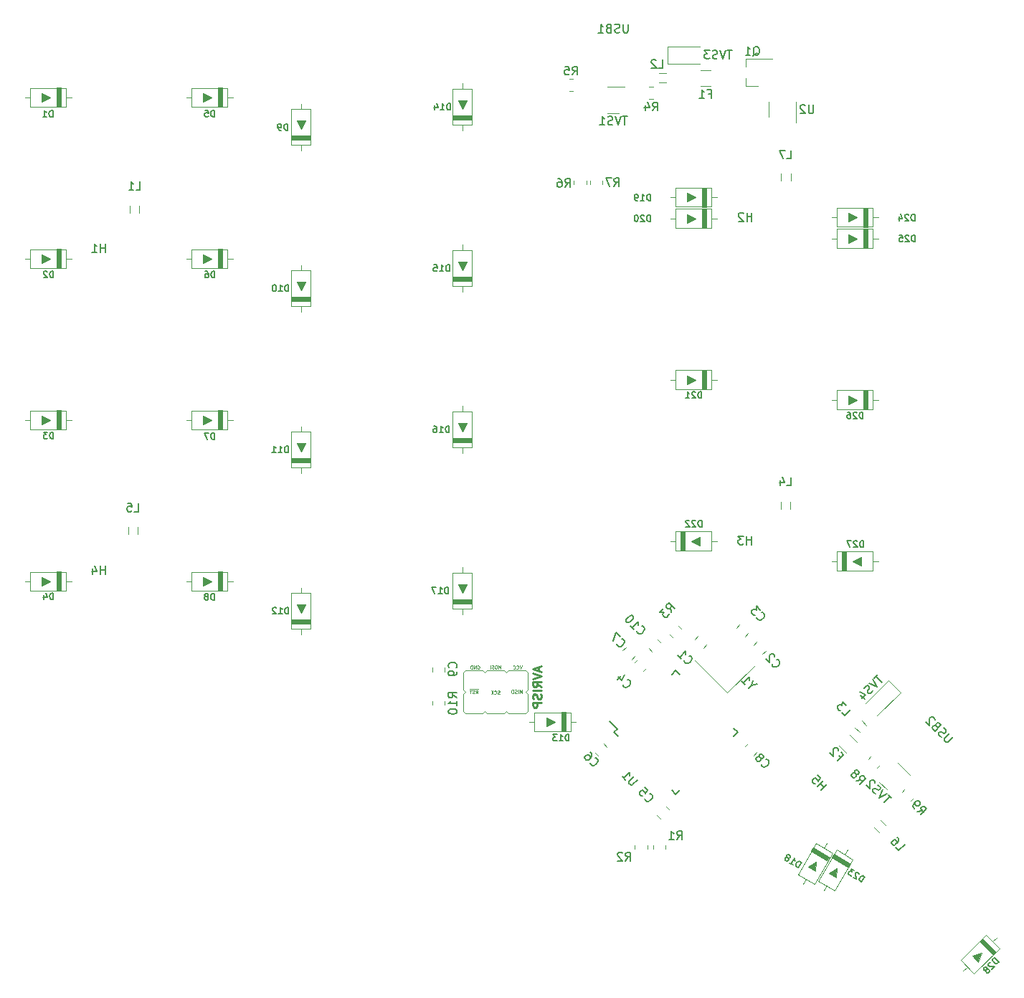
<source format=gbr>
%TF.GenerationSoftware,KiCad,Pcbnew,(6.0.7)*%
%TF.CreationDate,2022-09-06T15:04:57+03:00*%
%TF.ProjectId,retina-left,72657469-6e61-42d6-9c65-66742e6b6963,1.0*%
%TF.SameCoordinates,Original*%
%TF.FileFunction,Legend,Bot*%
%TF.FilePolarity,Positive*%
%FSLAX46Y46*%
G04 Gerber Fmt 4.6, Leading zero omitted, Abs format (unit mm)*
G04 Created by KiCad (PCBNEW (6.0.7)) date 2022-09-06 15:04:57*
%MOMM*%
%LPD*%
G01*
G04 APERTURE LIST*
%ADD10C,0.100000*%
%ADD11C,0.250000*%
%ADD12C,0.150000*%
%ADD13C,0.152400*%
%ADD14C,0.120000*%
%ADD15C,0.050800*%
G04 APERTURE END LIST*
D10*
%TO.C,J1*%
X164527011Y-136388452D02*
X164527011Y-135988452D01*
X164393678Y-136274166D01*
X164260345Y-135988452D01*
X164260345Y-136388452D01*
X164069869Y-136388452D02*
X164069869Y-135988452D01*
X163898440Y-136369404D02*
X163841297Y-136388452D01*
X163746059Y-136388452D01*
X163707964Y-136369404D01*
X163688916Y-136350357D01*
X163669869Y-136312261D01*
X163669869Y-136274166D01*
X163688916Y-136236071D01*
X163707964Y-136217023D01*
X163746059Y-136197976D01*
X163822250Y-136178928D01*
X163860345Y-136159880D01*
X163879392Y-136140833D01*
X163898440Y-136102738D01*
X163898440Y-136064642D01*
X163879392Y-136026547D01*
X163860345Y-136007500D01*
X163822250Y-135988452D01*
X163727011Y-135988452D01*
X163669869Y-136007500D01*
X163422250Y-135988452D02*
X163346059Y-135988452D01*
X163307964Y-136007500D01*
X163269869Y-136045595D01*
X163250821Y-136121785D01*
X163250821Y-136255119D01*
X163269869Y-136331309D01*
X163307964Y-136369404D01*
X163346059Y-136388452D01*
X163422250Y-136388452D01*
X163460345Y-136369404D01*
X163498440Y-136331309D01*
X163517488Y-136255119D01*
X163517488Y-136121785D01*
X163498440Y-136045595D01*
X163460345Y-136007500D01*
X163422250Y-135988452D01*
X161879059Y-136464654D02*
X161821916Y-136483702D01*
X161726678Y-136483702D01*
X161688583Y-136464654D01*
X161669535Y-136445607D01*
X161650488Y-136407511D01*
X161650488Y-136369416D01*
X161669535Y-136331321D01*
X161688583Y-136312273D01*
X161726678Y-136293226D01*
X161802869Y-136274178D01*
X161840964Y-136255130D01*
X161860011Y-136236083D01*
X161879059Y-136197988D01*
X161879059Y-136159892D01*
X161860011Y-136121797D01*
X161840964Y-136102750D01*
X161802869Y-136083702D01*
X161707630Y-136083702D01*
X161650488Y-136102750D01*
X161250488Y-136445607D02*
X161269535Y-136464654D01*
X161326678Y-136483702D01*
X161364773Y-136483702D01*
X161421916Y-136464654D01*
X161460011Y-136426559D01*
X161479059Y-136388464D01*
X161498107Y-136312273D01*
X161498107Y-136255130D01*
X161479059Y-136178940D01*
X161460011Y-136140845D01*
X161421916Y-136102750D01*
X161364773Y-136083702D01*
X161326678Y-136083702D01*
X161269535Y-136102750D01*
X161250488Y-136121797D01*
X161079059Y-136483702D02*
X161079059Y-136083702D01*
X160850488Y-136483702D02*
X161021916Y-136255130D01*
X160850488Y-136083702D02*
X161079059Y-136312273D01*
X159246685Y-133150000D02*
X159284780Y-133130952D01*
X159341923Y-133130952D01*
X159399066Y-133150000D01*
X159437161Y-133188095D01*
X159456209Y-133226190D01*
X159475257Y-133302380D01*
X159475257Y-133359523D01*
X159456209Y-133435714D01*
X159437161Y-133473809D01*
X159399066Y-133511904D01*
X159341923Y-133530952D01*
X159303828Y-133530952D01*
X159246685Y-133511904D01*
X159227638Y-133492857D01*
X159227638Y-133359523D01*
X159303828Y-133359523D01*
X159056209Y-133530952D02*
X159056209Y-133130952D01*
X158827638Y-133530952D01*
X158827638Y-133130952D01*
X158637161Y-133530952D02*
X158637161Y-133130952D01*
X158541923Y-133130952D01*
X158484780Y-133150000D01*
X158446685Y-133188095D01*
X158427638Y-133226190D01*
X158408590Y-133302380D01*
X158408590Y-133359523D01*
X158427638Y-133435714D01*
X158446685Y-133473809D01*
X158484780Y-133511904D01*
X158541923Y-133530952D01*
X158637161Y-133530952D01*
X159383500Y-135913600D02*
X158983500Y-135913600D01*
X159059690Y-136426552D02*
X159193023Y-136236076D01*
X159288261Y-136426552D02*
X159288261Y-136026552D01*
X159135880Y-136026552D01*
X159097785Y-136045600D01*
X159078738Y-136064647D01*
X159059690Y-136102742D01*
X159059690Y-136159885D01*
X159078738Y-136197980D01*
X159097785Y-136217028D01*
X159135880Y-136236076D01*
X159288261Y-136236076D01*
X158983500Y-135913600D02*
X158602547Y-135913600D01*
X158907309Y-136407504D02*
X158850166Y-136426552D01*
X158754928Y-136426552D01*
X158716833Y-136407504D01*
X158697785Y-136388457D01*
X158678738Y-136350361D01*
X158678738Y-136312266D01*
X158697785Y-136274171D01*
X158716833Y-136255123D01*
X158754928Y-136236076D01*
X158831119Y-136217028D01*
X158869214Y-136197980D01*
X158888261Y-136178933D01*
X158907309Y-136140838D01*
X158907309Y-136102742D01*
X158888261Y-136064647D01*
X158869214Y-136045600D01*
X158831119Y-136026552D01*
X158735880Y-136026552D01*
X158678738Y-136045600D01*
X158602547Y-135913600D02*
X158297785Y-135913600D01*
X158564452Y-136026552D02*
X158335880Y-136026552D01*
X158450166Y-136426552D02*
X158450166Y-136026552D01*
X164485411Y-133130952D02*
X164352078Y-133530952D01*
X164218745Y-133130952D01*
X163856840Y-133492857D02*
X163875888Y-133511904D01*
X163933030Y-133530952D01*
X163971126Y-133530952D01*
X164028269Y-133511904D01*
X164066364Y-133473809D01*
X164085411Y-133435714D01*
X164104459Y-133359523D01*
X164104459Y-133302380D01*
X164085411Y-133226190D01*
X164066364Y-133188095D01*
X164028269Y-133150000D01*
X163971126Y-133130952D01*
X163933030Y-133130952D01*
X163875888Y-133150000D01*
X163856840Y-133169047D01*
X163456840Y-133492857D02*
X163475888Y-133511904D01*
X163533030Y-133530952D01*
X163571126Y-133530952D01*
X163628269Y-133511904D01*
X163666364Y-133473809D01*
X163685411Y-133435714D01*
X163704459Y-133359523D01*
X163704459Y-133302380D01*
X163685411Y-133226190D01*
X163666364Y-133188095D01*
X163628269Y-133150000D01*
X163571126Y-133130952D01*
X163533030Y-133130952D01*
X163475888Y-133150000D01*
X163456840Y-133169047D01*
D11*
X166492216Y-133293147D02*
X166492216Y-133769338D01*
X166777930Y-133197909D02*
X165777930Y-133531242D01*
X166777930Y-133864576D01*
X165777930Y-134055052D02*
X166777930Y-134388385D01*
X165777930Y-134721719D01*
X166777930Y-135626480D02*
X166301740Y-135293147D01*
X166777930Y-135055052D02*
X165777930Y-135055052D01*
X165777930Y-135436004D01*
X165825550Y-135531242D01*
X165873169Y-135578861D01*
X165968407Y-135626480D01*
X166111264Y-135626480D01*
X166206502Y-135578861D01*
X166254121Y-135531242D01*
X166301740Y-135436004D01*
X166301740Y-135055052D01*
X166777930Y-136055052D02*
X165777930Y-136055052D01*
X166730311Y-136483623D02*
X166777930Y-136626480D01*
X166777930Y-136864576D01*
X166730311Y-136959814D01*
X166682692Y-137007433D01*
X166587454Y-137055052D01*
X166492216Y-137055052D01*
X166396978Y-137007433D01*
X166349359Y-136959814D01*
X166301740Y-136864576D01*
X166254121Y-136674100D01*
X166206502Y-136578861D01*
X166158883Y-136531242D01*
X166063645Y-136483623D01*
X165968407Y-136483623D01*
X165873169Y-136531242D01*
X165825550Y-136578861D01*
X165777930Y-136674100D01*
X165777930Y-136912195D01*
X165825550Y-137055052D01*
X166777930Y-137483623D02*
X165777930Y-137483623D01*
X165777930Y-137864576D01*
X165825550Y-137959814D01*
X165873169Y-138007433D01*
X165968407Y-138055052D01*
X166111264Y-138055052D01*
X166206502Y-138007433D01*
X166254121Y-137959814D01*
X166301740Y-137864576D01*
X166301740Y-137483623D01*
D10*
X162008880Y-133492852D02*
X162008880Y-133092852D01*
X161875547Y-133378566D01*
X161742214Y-133092852D01*
X161742214Y-133492852D01*
X161475547Y-133092852D02*
X161399357Y-133092852D01*
X161361261Y-133111900D01*
X161323166Y-133149995D01*
X161304119Y-133226185D01*
X161304119Y-133359519D01*
X161323166Y-133435709D01*
X161361261Y-133473804D01*
X161399357Y-133492852D01*
X161475547Y-133492852D01*
X161513642Y-133473804D01*
X161551738Y-133435709D01*
X161570785Y-133359519D01*
X161570785Y-133226185D01*
X161551738Y-133149995D01*
X161513642Y-133111900D01*
X161475547Y-133092852D01*
X161151738Y-133473804D02*
X161094595Y-133492852D01*
X160999357Y-133492852D01*
X160961261Y-133473804D01*
X160942214Y-133454757D01*
X160923166Y-133416661D01*
X160923166Y-133378566D01*
X160942214Y-133340471D01*
X160961261Y-133321423D01*
X160999357Y-133302376D01*
X161075547Y-133283328D01*
X161113642Y-133264280D01*
X161132690Y-133245233D01*
X161151738Y-133207138D01*
X161151738Y-133169042D01*
X161132690Y-133130947D01*
X161113642Y-133111900D01*
X161075547Y-133092852D01*
X160980309Y-133092852D01*
X160923166Y-133111900D01*
X160751738Y-133492852D02*
X160751738Y-133092852D01*
D12*
%TO.C,R5*%
X170473666Y-63362830D02*
X170807000Y-62886640D01*
X171045095Y-63362830D02*
X171045095Y-62362830D01*
X170664142Y-62362830D01*
X170568904Y-62410450D01*
X170521285Y-62458069D01*
X170473666Y-62553307D01*
X170473666Y-62696164D01*
X170521285Y-62791402D01*
X170568904Y-62839021D01*
X170664142Y-62886640D01*
X171045095Y-62886640D01*
X169568904Y-62362830D02*
X170045095Y-62362830D01*
X170092714Y-62839021D01*
X170045095Y-62791402D01*
X169949857Y-62743783D01*
X169711761Y-62743783D01*
X169616523Y-62791402D01*
X169568904Y-62839021D01*
X169521285Y-62934259D01*
X169521285Y-63172354D01*
X169568904Y-63267592D01*
X169616523Y-63315211D01*
X169711761Y-63362830D01*
X169949857Y-63362830D01*
X170045095Y-63315211D01*
X170092714Y-63267592D01*
%TO.C,L3*%
X202242319Y-138683583D02*
X202579037Y-139020301D01*
X203286143Y-138313194D01*
X202781067Y-137808118D02*
X202343334Y-137370385D01*
X202309662Y-137875461D01*
X202208647Y-137774446D01*
X202107632Y-137740774D01*
X202040288Y-137740774D01*
X201939273Y-137774446D01*
X201770914Y-137942805D01*
X201737243Y-138043820D01*
X201737243Y-138111163D01*
X201770914Y-138212179D01*
X201972945Y-138414209D01*
X202073960Y-138447881D01*
X202141304Y-138447881D01*
%TO.C,C4*%
X176420712Y-135339639D02*
X176420712Y-135406982D01*
X176488056Y-135541669D01*
X176555400Y-135609013D01*
X176690087Y-135676356D01*
X176824774Y-135676356D01*
X176925789Y-135642685D01*
X177094148Y-135541669D01*
X177195163Y-135440654D01*
X177296178Y-135272295D01*
X177329850Y-135171280D01*
X177329850Y-135036593D01*
X177262506Y-134901906D01*
X177195163Y-134834562D01*
X177060476Y-134767219D01*
X176993132Y-134767219D01*
X176218682Y-134329486D02*
X175747277Y-134800891D01*
X176656415Y-134228471D02*
X176319697Y-134901906D01*
X175881964Y-134464173D01*
%TO.C,H5*%
X199805716Y-147848429D02*
X200512823Y-147141322D01*
X200176105Y-147478040D02*
X199772044Y-147073979D01*
X199401655Y-147444368D02*
X200108762Y-146737261D01*
X199435327Y-146063826D02*
X199772044Y-146400544D01*
X199468998Y-146770933D01*
X199468998Y-146703590D01*
X199435327Y-146602574D01*
X199266968Y-146434216D01*
X199165953Y-146400544D01*
X199098609Y-146400544D01*
X198997594Y-146434216D01*
X198829235Y-146602574D01*
X198795563Y-146703590D01*
X198795563Y-146770933D01*
X198829235Y-146871948D01*
X198997594Y-147040307D01*
X199098609Y-147073979D01*
X199165953Y-147073979D01*
D13*
%TO.C,D16*%
X155897035Y-105595964D02*
X155897035Y-104833964D01*
X155715607Y-104833964D01*
X155606750Y-104870250D01*
X155534178Y-104942821D01*
X155497892Y-105015392D01*
X155461607Y-105160535D01*
X155461607Y-105269392D01*
X155497892Y-105414535D01*
X155534178Y-105487107D01*
X155606750Y-105559678D01*
X155715607Y-105595964D01*
X155897035Y-105595964D01*
X154735892Y-105595964D02*
X155171321Y-105595964D01*
X154953607Y-105595964D02*
X154953607Y-104833964D01*
X155026178Y-104942821D01*
X155098750Y-105015392D01*
X155171321Y-105051678D01*
X154082750Y-104833964D02*
X154227892Y-104833964D01*
X154300464Y-104870250D01*
X154336750Y-104906535D01*
X154409321Y-105015392D01*
X154445607Y-105160535D01*
X154445607Y-105450821D01*
X154409321Y-105523392D01*
X154373035Y-105559678D01*
X154300464Y-105595964D01*
X154155321Y-105595964D01*
X154082750Y-105559678D01*
X154046464Y-105523392D01*
X154010178Y-105450821D01*
X154010178Y-105269392D01*
X154046464Y-105196821D01*
X154082750Y-105160535D01*
X154155321Y-105124250D01*
X154300464Y-105124250D01*
X154373035Y-105160535D01*
X154409321Y-105196821D01*
X154445607Y-105269392D01*
D12*
%TO.C,TVS1*%
X176926666Y-68260980D02*
X176355238Y-68260980D01*
X176640952Y-69260980D02*
X176640952Y-68260980D01*
X176164761Y-68260980D02*
X175831428Y-69260980D01*
X175498095Y-68260980D01*
X175212380Y-69213361D02*
X175069523Y-69260980D01*
X174831428Y-69260980D01*
X174736190Y-69213361D01*
X174688571Y-69165742D01*
X174640952Y-69070504D01*
X174640952Y-68975266D01*
X174688571Y-68880028D01*
X174736190Y-68832409D01*
X174831428Y-68784790D01*
X175021904Y-68737171D01*
X175117142Y-68689552D01*
X175164761Y-68641933D01*
X175212380Y-68546695D01*
X175212380Y-68451457D01*
X175164761Y-68356219D01*
X175117142Y-68308600D01*
X175021904Y-68260980D01*
X174783809Y-68260980D01*
X174640952Y-68308600D01*
X173688571Y-69260980D02*
X174260000Y-69260980D01*
X173974285Y-69260980D02*
X173974285Y-68260980D01*
X174069523Y-68403838D01*
X174164761Y-68499076D01*
X174260000Y-68546695D01*
D13*
%TO.C,D8*%
X128178378Y-125362564D02*
X128178378Y-124600564D01*
X127996950Y-124600564D01*
X127888092Y-124636850D01*
X127815521Y-124709421D01*
X127779235Y-124781992D01*
X127742950Y-124927135D01*
X127742950Y-125035992D01*
X127779235Y-125181135D01*
X127815521Y-125253707D01*
X127888092Y-125326278D01*
X127996950Y-125362564D01*
X128178378Y-125362564D01*
X127307521Y-124927135D02*
X127380092Y-124890850D01*
X127416378Y-124854564D01*
X127452664Y-124781992D01*
X127452664Y-124745707D01*
X127416378Y-124673135D01*
X127380092Y-124636850D01*
X127307521Y-124600564D01*
X127162378Y-124600564D01*
X127089807Y-124636850D01*
X127053521Y-124673135D01*
X127017235Y-124745707D01*
X127017235Y-124781992D01*
X127053521Y-124854564D01*
X127089807Y-124890850D01*
X127162378Y-124927135D01*
X127307521Y-124927135D01*
X127380092Y-124963421D01*
X127416378Y-124999707D01*
X127452664Y-125072278D01*
X127452664Y-125217421D01*
X127416378Y-125289992D01*
X127380092Y-125326278D01*
X127307521Y-125362564D01*
X127162378Y-125362564D01*
X127089807Y-125326278D01*
X127053521Y-125289992D01*
X127017235Y-125217421D01*
X127017235Y-125072278D01*
X127053521Y-124999707D01*
X127089807Y-124963421D01*
X127162378Y-124927135D01*
%TO.C,D17*%
X155801785Y-124626914D02*
X155801785Y-123864914D01*
X155620357Y-123864914D01*
X155511500Y-123901200D01*
X155438928Y-123973771D01*
X155402642Y-124046342D01*
X155366357Y-124191485D01*
X155366357Y-124300342D01*
X155402642Y-124445485D01*
X155438928Y-124518057D01*
X155511500Y-124590628D01*
X155620357Y-124626914D01*
X155801785Y-124626914D01*
X154640642Y-124626914D02*
X155076071Y-124626914D01*
X154858357Y-124626914D02*
X154858357Y-123864914D01*
X154930928Y-123973771D01*
X155003500Y-124046342D01*
X155076071Y-124082628D01*
X154386642Y-123864914D02*
X153878642Y-123864914D01*
X154205214Y-124626914D01*
D12*
%TO.C,R3*%
X182136632Y-126846430D02*
X182035617Y-126274010D01*
X182540693Y-126442369D02*
X181833587Y-125735262D01*
X181564212Y-126004636D01*
X181530541Y-126105651D01*
X181530541Y-126172995D01*
X181564212Y-126274010D01*
X181665228Y-126375025D01*
X181766243Y-126408697D01*
X181833587Y-126408697D01*
X181934602Y-126375025D01*
X182203976Y-126105651D01*
X181193823Y-126375025D02*
X180756090Y-126812758D01*
X181261167Y-126846430D01*
X181160151Y-126947445D01*
X181126480Y-127048461D01*
X181126480Y-127115804D01*
X181160151Y-127216819D01*
X181328510Y-127385178D01*
X181429525Y-127418850D01*
X181496869Y-127418850D01*
X181597884Y-127385178D01*
X181799915Y-127183148D01*
X181833587Y-127082132D01*
X181833587Y-127014789D01*
%TO.C,H3*%
X191604804Y-118829080D02*
X191604804Y-117829080D01*
X191604804Y-118305271D02*
X191033376Y-118305271D01*
X191033376Y-118829080D02*
X191033376Y-117829080D01*
X190652423Y-117829080D02*
X190033376Y-117829080D01*
X190366709Y-118210033D01*
X190223852Y-118210033D01*
X190128614Y-118257652D01*
X190080995Y-118305271D01*
X190033376Y-118400509D01*
X190033376Y-118638604D01*
X190080995Y-118733842D01*
X190128614Y-118781461D01*
X190223852Y-118829080D01*
X190509566Y-118829080D01*
X190604804Y-118781461D01*
X190652423Y-118733842D01*
%TO.C,U2*%
X198924404Y-66908430D02*
X198924404Y-67717954D01*
X198876785Y-67813192D01*
X198829166Y-67860811D01*
X198733928Y-67908430D01*
X198543452Y-67908430D01*
X198448214Y-67860811D01*
X198400595Y-67813192D01*
X198352976Y-67717954D01*
X198352976Y-66908430D01*
X197924404Y-67003669D02*
X197876785Y-66956050D01*
X197781547Y-66908430D01*
X197543452Y-66908430D01*
X197448214Y-66956050D01*
X197400595Y-67003669D01*
X197352976Y-67098907D01*
X197352976Y-67194145D01*
X197400595Y-67337002D01*
X197972023Y-67908430D01*
X197352976Y-67908430D01*
D13*
%TO.C,D14*%
X156030385Y-67515014D02*
X156030385Y-66753014D01*
X155848957Y-66753014D01*
X155740100Y-66789300D01*
X155667528Y-66861871D01*
X155631242Y-66934442D01*
X155594957Y-67079585D01*
X155594957Y-67188442D01*
X155631242Y-67333585D01*
X155667528Y-67406157D01*
X155740100Y-67478728D01*
X155848957Y-67515014D01*
X156030385Y-67515014D01*
X154869242Y-67515014D02*
X155304671Y-67515014D01*
X155086957Y-67515014D02*
X155086957Y-66753014D01*
X155159528Y-66861871D01*
X155232100Y-66934442D01*
X155304671Y-66970728D01*
X154216100Y-67007014D02*
X154216100Y-67515014D01*
X154397528Y-66716728D02*
X154578957Y-67261014D01*
X154107242Y-67261014D01*
D12*
%TO.C,F1*%
X186508983Y-65574871D02*
X186842316Y-65574871D01*
X186842316Y-66098680D02*
X186842316Y-65098680D01*
X186366126Y-65098680D01*
X185461364Y-66098680D02*
X186032792Y-66098680D01*
X185747078Y-66098680D02*
X185747078Y-65098680D01*
X185842316Y-65241538D01*
X185937554Y-65336776D01*
X186032792Y-65384395D01*
%TO.C,C1*%
X183659712Y-132539289D02*
X183659712Y-132606632D01*
X183727056Y-132741319D01*
X183794400Y-132808663D01*
X183929087Y-132876006D01*
X184063774Y-132876006D01*
X184164789Y-132842335D01*
X184333148Y-132741319D01*
X184434163Y-132640304D01*
X184535178Y-132471945D01*
X184568850Y-132370930D01*
X184568850Y-132236243D01*
X184501506Y-132101556D01*
X184434163Y-132034212D01*
X184299476Y-131966869D01*
X184232132Y-131966869D01*
X182918934Y-131933197D02*
X183322995Y-132337258D01*
X183120964Y-132135228D02*
X183828071Y-131428121D01*
X183794400Y-131596480D01*
X183794400Y-131731167D01*
X183828071Y-131832182D01*
D13*
%TO.C,D5*%
X128197428Y-68307814D02*
X128197428Y-67545814D01*
X128016000Y-67545814D01*
X127907142Y-67582100D01*
X127834571Y-67654671D01*
X127798285Y-67727242D01*
X127762000Y-67872385D01*
X127762000Y-67981242D01*
X127798285Y-68126385D01*
X127834571Y-68198957D01*
X127907142Y-68271528D01*
X128016000Y-68307814D01*
X128197428Y-68307814D01*
X127072571Y-67545814D02*
X127435428Y-67545814D01*
X127471714Y-67908671D01*
X127435428Y-67872385D01*
X127362857Y-67836100D01*
X127181428Y-67836100D01*
X127108857Y-67872385D01*
X127072571Y-67908671D01*
X127036285Y-67981242D01*
X127036285Y-68162671D01*
X127072571Y-68235242D01*
X127108857Y-68271528D01*
X127181428Y-68307814D01*
X127362857Y-68307814D01*
X127435428Y-68271528D01*
X127471714Y-68235242D01*
%TO.C,D26*%
X204760575Y-103950313D02*
X204760575Y-103188313D01*
X204579147Y-103188313D01*
X204470290Y-103224599D01*
X204397718Y-103297170D01*
X204361432Y-103369741D01*
X204325147Y-103514884D01*
X204325147Y-103623741D01*
X204361432Y-103768884D01*
X204397718Y-103841456D01*
X204470290Y-103914027D01*
X204579147Y-103950313D01*
X204760575Y-103950313D01*
X204034861Y-103260884D02*
X203998575Y-103224599D01*
X203926004Y-103188313D01*
X203744575Y-103188313D01*
X203672004Y-103224599D01*
X203635718Y-103260884D01*
X203599432Y-103333456D01*
X203599432Y-103406027D01*
X203635718Y-103514884D01*
X204071147Y-103950313D01*
X203599432Y-103950313D01*
X202946290Y-103188313D02*
X203091432Y-103188313D01*
X203164004Y-103224599D01*
X203200290Y-103260884D01*
X203272861Y-103369741D01*
X203309147Y-103514884D01*
X203309147Y-103805170D01*
X203272861Y-103877741D01*
X203236575Y-103914027D01*
X203164004Y-103950313D01*
X203018861Y-103950313D01*
X202946290Y-103914027D01*
X202910004Y-103877741D01*
X202873718Y-103805170D01*
X202873718Y-103623741D01*
X202910004Y-103551170D01*
X202946290Y-103514884D01*
X203018861Y-103478599D01*
X203164004Y-103478599D01*
X203236575Y-103514884D01*
X203272861Y-103551170D01*
X203309147Y-103623741D01*
D12*
%TO.C,L1*%
X118943416Y-76957180D02*
X119419607Y-76957180D01*
X119419607Y-75957180D01*
X118086273Y-76957180D02*
X118657702Y-76957180D01*
X118371988Y-76957180D02*
X118371988Y-75957180D01*
X118467226Y-76100038D01*
X118562464Y-76195276D01*
X118657702Y-76242895D01*
D13*
%TO.C,D23*%
X204597314Y-158704724D02*
X204978314Y-158044812D01*
X204821193Y-157954098D01*
X204708777Y-157931094D01*
X204609642Y-157957657D01*
X204541932Y-158002363D01*
X204437936Y-158109917D01*
X204383508Y-158204190D01*
X204342361Y-158348031D01*
X204337499Y-158429022D01*
X204364062Y-158528156D01*
X204440193Y-158614009D01*
X204597314Y-158704724D01*
X204313542Y-157744804D02*
X204300260Y-157695237D01*
X204255554Y-157627527D01*
X204098432Y-157536812D01*
X204017441Y-157531951D01*
X203967874Y-157545232D01*
X203900164Y-157589938D01*
X203863878Y-157652787D01*
X203840874Y-157765203D01*
X204000252Y-158360009D01*
X203591735Y-158124152D01*
X203752765Y-157337241D02*
X203344248Y-157101384D01*
X203419076Y-157479779D01*
X203324803Y-157425350D01*
X203243811Y-157420489D01*
X203194244Y-157433770D01*
X203126534Y-157478476D01*
X203035820Y-157635598D01*
X203030958Y-157716589D01*
X203044240Y-157766156D01*
X203088945Y-157833867D01*
X203277492Y-157942724D01*
X203358483Y-157947585D01*
X203408050Y-157934304D01*
%TO.C,D6*%
X128216478Y-87327014D02*
X128216478Y-86565014D01*
X128035050Y-86565014D01*
X127926192Y-86601300D01*
X127853621Y-86673871D01*
X127817335Y-86746442D01*
X127781050Y-86891585D01*
X127781050Y-87000442D01*
X127817335Y-87145585D01*
X127853621Y-87218157D01*
X127926192Y-87290728D01*
X128035050Y-87327014D01*
X128216478Y-87327014D01*
X127127907Y-86565014D02*
X127273050Y-86565014D01*
X127345621Y-86601300D01*
X127381907Y-86637585D01*
X127454478Y-86746442D01*
X127490764Y-86891585D01*
X127490764Y-87181871D01*
X127454478Y-87254442D01*
X127418192Y-87290728D01*
X127345621Y-87327014D01*
X127200478Y-87327014D01*
X127127907Y-87290728D01*
X127091621Y-87254442D01*
X127055335Y-87181871D01*
X127055335Y-87000442D01*
X127091621Y-86927871D01*
X127127907Y-86891585D01*
X127200478Y-86855300D01*
X127345621Y-86855300D01*
X127418192Y-86891585D01*
X127454478Y-86927871D01*
X127490764Y-87000442D01*
D12*
%TO.C,C3*%
X192232212Y-127414839D02*
X192232212Y-127482182D01*
X192299556Y-127616869D01*
X192366900Y-127684213D01*
X192501587Y-127751556D01*
X192636274Y-127751556D01*
X192737289Y-127717885D01*
X192905648Y-127616869D01*
X193006663Y-127515854D01*
X193107678Y-127347495D01*
X193141350Y-127246480D01*
X193141350Y-127111793D01*
X193074006Y-126977106D01*
X193006663Y-126909762D01*
X192871976Y-126842419D01*
X192804632Y-126842419D01*
X192636274Y-126539373D02*
X192198541Y-126101640D01*
X192164869Y-126606717D01*
X192063854Y-126505701D01*
X191962838Y-126472030D01*
X191895495Y-126472030D01*
X191794480Y-126505701D01*
X191626121Y-126674060D01*
X191592449Y-126775075D01*
X191592449Y-126842419D01*
X191626121Y-126943434D01*
X191828151Y-127145465D01*
X191929167Y-127179137D01*
X191996510Y-127179137D01*
D13*
%TO.C,D15*%
X155935135Y-86545964D02*
X155935135Y-85783964D01*
X155753707Y-85783964D01*
X155644850Y-85820250D01*
X155572278Y-85892821D01*
X155535992Y-85965392D01*
X155499707Y-86110535D01*
X155499707Y-86219392D01*
X155535992Y-86364535D01*
X155572278Y-86437107D01*
X155644850Y-86509678D01*
X155753707Y-86545964D01*
X155935135Y-86545964D01*
X154773992Y-86545964D02*
X155209421Y-86545964D01*
X154991707Y-86545964D02*
X154991707Y-85783964D01*
X155064278Y-85892821D01*
X155136850Y-85965392D01*
X155209421Y-86001678D01*
X154084564Y-85783964D02*
X154447421Y-85783964D01*
X154483707Y-86146821D01*
X154447421Y-86110535D01*
X154374850Y-86074250D01*
X154193421Y-86074250D01*
X154120850Y-86110535D01*
X154084564Y-86146821D01*
X154048278Y-86219392D01*
X154048278Y-86400821D01*
X154084564Y-86473392D01*
X154120850Y-86509678D01*
X154193421Y-86545964D01*
X154374850Y-86545964D01*
X154447421Y-86509678D01*
X154483707Y-86473392D01*
%TO.C,D3*%
X109166478Y-106331614D02*
X109166478Y-105569614D01*
X108985050Y-105569614D01*
X108876192Y-105605900D01*
X108803621Y-105678471D01*
X108767335Y-105751042D01*
X108731050Y-105896185D01*
X108731050Y-106005042D01*
X108767335Y-106150185D01*
X108803621Y-106222757D01*
X108876192Y-106295328D01*
X108985050Y-106331614D01*
X109166478Y-106331614D01*
X108477050Y-105569614D02*
X108005335Y-105569614D01*
X108259335Y-105859900D01*
X108150478Y-105859900D01*
X108077907Y-105896185D01*
X108041621Y-105932471D01*
X108005335Y-106005042D01*
X108005335Y-106186471D01*
X108041621Y-106259042D01*
X108077907Y-106295328D01*
X108150478Y-106331614D01*
X108368192Y-106331614D01*
X108440764Y-106295328D01*
X108477050Y-106259042D01*
D12*
%TO.C,L5*%
X118733866Y-114942880D02*
X119210057Y-114942880D01*
X119210057Y-113942880D01*
X117924342Y-113942880D02*
X118400533Y-113942880D01*
X118448152Y-114419071D01*
X118400533Y-114371452D01*
X118305295Y-114323833D01*
X118067200Y-114323833D01*
X117971961Y-114371452D01*
X117924342Y-114419071D01*
X117876723Y-114514309D01*
X117876723Y-114752404D01*
X117924342Y-114847642D01*
X117971961Y-114895261D01*
X118067200Y-114942880D01*
X118305295Y-114942880D01*
X118400533Y-114895261D01*
X118448152Y-114847642D01*
%TO.C,R10*%
X156814780Y-136917192D02*
X156338590Y-136583859D01*
X156814780Y-136345764D02*
X155814780Y-136345764D01*
X155814780Y-136726716D01*
X155862400Y-136821954D01*
X155910019Y-136869573D01*
X156005257Y-136917192D01*
X156148114Y-136917192D01*
X156243352Y-136869573D01*
X156290971Y-136821954D01*
X156338590Y-136726716D01*
X156338590Y-136345764D01*
X156814780Y-137869573D02*
X156814780Y-137298145D01*
X156814780Y-137583859D02*
X155814780Y-137583859D01*
X155957638Y-137488621D01*
X156052876Y-137393383D01*
X156100495Y-137298145D01*
X155814780Y-138488621D02*
X155814780Y-138583859D01*
X155862400Y-138679097D01*
X155910019Y-138726716D01*
X156005257Y-138774335D01*
X156195733Y-138821954D01*
X156433828Y-138821954D01*
X156624304Y-138774335D01*
X156719542Y-138726716D01*
X156767161Y-138679097D01*
X156814780Y-138583859D01*
X156814780Y-138488621D01*
X156767161Y-138393383D01*
X156719542Y-138345764D01*
X156624304Y-138298145D01*
X156433828Y-138250526D01*
X156195733Y-138250526D01*
X156005257Y-138298145D01*
X155910019Y-138345764D01*
X155862400Y-138393383D01*
X155814780Y-138488621D01*
%TO.C,H1*%
X115309554Y-84310480D02*
X115309554Y-83310480D01*
X115309554Y-83786671D02*
X114738126Y-83786671D01*
X114738126Y-84310480D02*
X114738126Y-83310480D01*
X113738126Y-84310480D02*
X114309554Y-84310480D01*
X114023840Y-84310480D02*
X114023840Y-83310480D01*
X114119078Y-83453338D01*
X114214316Y-83548576D01*
X114309554Y-83596195D01*
%TO.C,R1*%
X182818066Y-153671530D02*
X183151400Y-153195340D01*
X183389495Y-153671530D02*
X183389495Y-152671530D01*
X183008542Y-152671530D01*
X182913304Y-152719150D01*
X182865685Y-152766769D01*
X182818066Y-152862007D01*
X182818066Y-153004864D01*
X182865685Y-153100102D01*
X182913304Y-153147721D01*
X183008542Y-153195340D01*
X183389495Y-153195340D01*
X181865685Y-153671530D02*
X182437114Y-153671530D01*
X182151400Y-153671530D02*
X182151400Y-152671530D01*
X182246638Y-152814388D01*
X182341876Y-152909626D01*
X182437114Y-152957245D01*
D13*
%TO.C,D9*%
X136827078Y-69896264D02*
X136827078Y-69134264D01*
X136645650Y-69134264D01*
X136536792Y-69170550D01*
X136464221Y-69243121D01*
X136427935Y-69315692D01*
X136391650Y-69460835D01*
X136391650Y-69569692D01*
X136427935Y-69714835D01*
X136464221Y-69787407D01*
X136536792Y-69859978D01*
X136645650Y-69896264D01*
X136827078Y-69896264D01*
X136028792Y-69896264D02*
X135883650Y-69896264D01*
X135811078Y-69859978D01*
X135774792Y-69823692D01*
X135702221Y-69714835D01*
X135665935Y-69569692D01*
X135665935Y-69279407D01*
X135702221Y-69206835D01*
X135738507Y-69170550D01*
X135811078Y-69134264D01*
X135956221Y-69134264D01*
X136028792Y-69170550D01*
X136065078Y-69206835D01*
X136101364Y-69279407D01*
X136101364Y-69460835D01*
X136065078Y-69533407D01*
X136028792Y-69569692D01*
X135956221Y-69605978D01*
X135811078Y-69605978D01*
X135738507Y-69569692D01*
X135702221Y-69533407D01*
X135665935Y-69460835D01*
D12*
%TO.C,U1*%
X178145623Y-146607922D02*
X177573203Y-147180342D01*
X177472188Y-147214014D01*
X177404844Y-147214014D01*
X177303829Y-147180342D01*
X177169142Y-147045655D01*
X177135470Y-146944640D01*
X177135470Y-146877296D01*
X177169142Y-146776281D01*
X177741562Y-146203861D01*
X176327348Y-146203861D02*
X176731409Y-146607922D01*
X176529379Y-146405892D02*
X177236485Y-145698785D01*
X177202814Y-145867144D01*
X177202814Y-146001831D01*
X177236485Y-146102846D01*
%TO.C,USB2*%
X215399286Y-141574643D02*
X214826866Y-142147063D01*
X214725851Y-142180735D01*
X214658507Y-142180735D01*
X214557492Y-142147063D01*
X214422805Y-142012376D01*
X214389133Y-141911361D01*
X214389133Y-141844017D01*
X214422805Y-141743002D01*
X214995225Y-141170582D01*
X214018744Y-141540972D02*
X213884057Y-141473628D01*
X213715698Y-141305269D01*
X213682026Y-141204254D01*
X213682026Y-141136911D01*
X213715698Y-141035895D01*
X213783042Y-140968552D01*
X213884057Y-140934880D01*
X213951400Y-140934880D01*
X214052416Y-140968552D01*
X214220774Y-141069567D01*
X214321790Y-141103239D01*
X214389133Y-141103239D01*
X214490148Y-141069567D01*
X214557492Y-141002224D01*
X214591164Y-140901208D01*
X214591164Y-140833865D01*
X214557492Y-140732850D01*
X214389133Y-140564491D01*
X214254446Y-140497147D01*
X213412652Y-140261445D02*
X213277965Y-140194101D01*
X213210622Y-140194101D01*
X213109606Y-140227773D01*
X213008591Y-140328788D01*
X212974919Y-140429804D01*
X212974919Y-140497147D01*
X213008591Y-140598162D01*
X213277965Y-140867537D01*
X213985072Y-140160430D01*
X213749370Y-139924727D01*
X213648354Y-139891056D01*
X213581011Y-139891056D01*
X213479996Y-139924727D01*
X213412652Y-139992071D01*
X213378980Y-140093086D01*
X213378980Y-140160430D01*
X213412652Y-140261445D01*
X213648354Y-140497147D01*
X213244293Y-139554338D02*
X213244293Y-139486995D01*
X213210622Y-139385979D01*
X213042263Y-139217621D01*
X212941248Y-139183949D01*
X212873904Y-139183949D01*
X212772889Y-139217621D01*
X212705545Y-139284964D01*
X212638202Y-139419651D01*
X212638202Y-140227773D01*
X212200469Y-139790040D01*
%TO.C,L7*%
X195791116Y-73261480D02*
X196267307Y-73261480D01*
X196267307Y-72261480D01*
X195553021Y-72261480D02*
X194886354Y-72261480D01*
X195314926Y-73261480D01*
%TO.C,C5*%
X179009012Y-148807989D02*
X179009012Y-148875332D01*
X179076356Y-149010019D01*
X179143700Y-149077363D01*
X179278387Y-149144706D01*
X179413074Y-149144706D01*
X179514089Y-149111035D01*
X179682448Y-149010019D01*
X179783463Y-148909004D01*
X179884478Y-148740645D01*
X179918150Y-148639630D01*
X179918150Y-148504943D01*
X179850806Y-148370256D01*
X179783463Y-148302912D01*
X179648776Y-148235569D01*
X179581432Y-148235569D01*
X179009012Y-147528462D02*
X179345730Y-147865180D01*
X179042684Y-148235569D01*
X179042684Y-148168225D01*
X179009012Y-148067210D01*
X178840654Y-147898851D01*
X178739638Y-147865180D01*
X178672295Y-147865180D01*
X178571280Y-147898851D01*
X178402921Y-148067210D01*
X178369249Y-148168225D01*
X178369249Y-148235569D01*
X178402921Y-148336584D01*
X178571280Y-148504943D01*
X178672295Y-148538615D01*
X178739638Y-148538615D01*
%TO.C,C10*%
X178071880Y-129046956D02*
X178071880Y-129114300D01*
X178139224Y-129248987D01*
X178206567Y-129316330D01*
X178341254Y-129383674D01*
X178475941Y-129383674D01*
X178576956Y-129350002D01*
X178745315Y-129248987D01*
X178846330Y-129147972D01*
X178947346Y-128979613D01*
X178981017Y-128878598D01*
X178981017Y-128743911D01*
X178913674Y-128609224D01*
X178846330Y-128541880D01*
X178711643Y-128474537D01*
X178644300Y-128474537D01*
X177331101Y-128440865D02*
X177735162Y-128844926D01*
X177533132Y-128642895D02*
X178240239Y-127935788D01*
X178206567Y-128104147D01*
X178206567Y-128238834D01*
X178240239Y-128339849D01*
X177600475Y-127296025D02*
X177533132Y-127228682D01*
X177432117Y-127195010D01*
X177364773Y-127195010D01*
X177263758Y-127228682D01*
X177095399Y-127329697D01*
X176927040Y-127498056D01*
X176826025Y-127666414D01*
X176792353Y-127767430D01*
X176792353Y-127834773D01*
X176826025Y-127935788D01*
X176893369Y-128003132D01*
X176994384Y-128036804D01*
X177061727Y-128036804D01*
X177162743Y-128003132D01*
X177331101Y-127902117D01*
X177499460Y-127733758D01*
X177600475Y-127565399D01*
X177634147Y-127464384D01*
X177634147Y-127397040D01*
X177600475Y-127296025D01*
%TO.C,R8*%
X203956819Y-146741732D02*
X204529239Y-146640717D01*
X204360880Y-147145793D02*
X205067987Y-146438687D01*
X204798613Y-146169312D01*
X204697598Y-146135641D01*
X204630254Y-146135641D01*
X204529239Y-146169312D01*
X204428224Y-146270328D01*
X204394552Y-146371343D01*
X204394552Y-146438687D01*
X204428224Y-146539702D01*
X204697598Y-146809076D01*
X203956819Y-145933610D02*
X204057834Y-145967282D01*
X204125178Y-145967282D01*
X204226193Y-145933610D01*
X204259865Y-145899938D01*
X204293537Y-145798923D01*
X204293537Y-145731580D01*
X204259865Y-145630564D01*
X204125178Y-145495877D01*
X204024162Y-145462206D01*
X203956819Y-145462206D01*
X203855804Y-145495877D01*
X203822132Y-145529549D01*
X203788460Y-145630564D01*
X203788460Y-145697908D01*
X203822132Y-145798923D01*
X203956819Y-145933610D01*
X203990491Y-146034625D01*
X203990491Y-146101969D01*
X203956819Y-146202984D01*
X203822132Y-146337671D01*
X203721117Y-146371343D01*
X203653773Y-146371343D01*
X203552758Y-146337671D01*
X203418071Y-146202984D01*
X203384399Y-146101969D01*
X203384399Y-146034625D01*
X203418071Y-145933610D01*
X203552758Y-145798923D01*
X203653773Y-145765251D01*
X203721117Y-145765251D01*
X203822132Y-145798923D01*
%TO.C,C8*%
X192763112Y-144769389D02*
X192763112Y-144836732D01*
X192830456Y-144971419D01*
X192897800Y-145038763D01*
X193032487Y-145106106D01*
X193167174Y-145106106D01*
X193268189Y-145072435D01*
X193436548Y-144971419D01*
X193537563Y-144870404D01*
X193638578Y-144702045D01*
X193672250Y-144601030D01*
X193672250Y-144466343D01*
X193604906Y-144331656D01*
X193537563Y-144264312D01*
X193402876Y-144196969D01*
X193335532Y-144196969D01*
X192695769Y-144028610D02*
X192796784Y-144062282D01*
X192864128Y-144062282D01*
X192965143Y-144028610D01*
X192998815Y-143994938D01*
X193032487Y-143893923D01*
X193032487Y-143826580D01*
X192998815Y-143725564D01*
X192864128Y-143590877D01*
X192763112Y-143557206D01*
X192695769Y-143557206D01*
X192594754Y-143590877D01*
X192561082Y-143624549D01*
X192527410Y-143725564D01*
X192527410Y-143792908D01*
X192561082Y-143893923D01*
X192695769Y-144028610D01*
X192729441Y-144129625D01*
X192729441Y-144196969D01*
X192695769Y-144297984D01*
X192561082Y-144432671D01*
X192460067Y-144466343D01*
X192392723Y-144466343D01*
X192291708Y-144432671D01*
X192157021Y-144297984D01*
X192123349Y-144196969D01*
X192123349Y-144129625D01*
X192157021Y-144028610D01*
X192291708Y-143893923D01*
X192392723Y-143860251D01*
X192460067Y-143860251D01*
X192561082Y-143893923D01*
%TO.C,L4*%
X195791116Y-111875830D02*
X196267307Y-111875830D01*
X196267307Y-110875830D01*
X195029211Y-111209164D02*
X195029211Y-111875830D01*
X195267307Y-110828211D02*
X195505402Y-111542497D01*
X194886354Y-111542497D01*
D13*
%TO.C,D7*%
X128178378Y-106388764D02*
X128178378Y-105626764D01*
X127996950Y-105626764D01*
X127888092Y-105663050D01*
X127815521Y-105735621D01*
X127779235Y-105808192D01*
X127742950Y-105953335D01*
X127742950Y-106062192D01*
X127779235Y-106207335D01*
X127815521Y-106279907D01*
X127888092Y-106352478D01*
X127996950Y-106388764D01*
X128178378Y-106388764D01*
X127488950Y-105626764D02*
X126980950Y-105626764D01*
X127307521Y-106388764D01*
D12*
%TO.C,C2*%
X194022912Y-132958389D02*
X194022912Y-133025732D01*
X194090256Y-133160419D01*
X194157600Y-133227763D01*
X194292287Y-133295106D01*
X194426974Y-133295106D01*
X194527989Y-133261435D01*
X194696348Y-133160419D01*
X194797363Y-133059404D01*
X194898378Y-132891045D01*
X194932050Y-132790030D01*
X194932050Y-132655343D01*
X194864706Y-132520656D01*
X194797363Y-132453312D01*
X194662676Y-132385969D01*
X194595332Y-132385969D01*
X194325958Y-132116595D02*
X194325958Y-132049251D01*
X194292287Y-131948236D01*
X194123928Y-131779877D01*
X194022912Y-131746206D01*
X193955569Y-131746206D01*
X193854554Y-131779877D01*
X193787210Y-131847221D01*
X193719867Y-131981908D01*
X193719867Y-132790030D01*
X193282134Y-132352297D01*
D13*
%TO.C,D22*%
X185729335Y-116721164D02*
X185729335Y-115959164D01*
X185547907Y-115959164D01*
X185439050Y-115995450D01*
X185366478Y-116068021D01*
X185330192Y-116140592D01*
X185293907Y-116285735D01*
X185293907Y-116394592D01*
X185330192Y-116539735D01*
X185366478Y-116612307D01*
X185439050Y-116684878D01*
X185547907Y-116721164D01*
X185729335Y-116721164D01*
X185003621Y-116031735D02*
X184967335Y-115995450D01*
X184894764Y-115959164D01*
X184713335Y-115959164D01*
X184640764Y-115995450D01*
X184604478Y-116031735D01*
X184568192Y-116104307D01*
X184568192Y-116176878D01*
X184604478Y-116285735D01*
X185039907Y-116721164D01*
X184568192Y-116721164D01*
X184277907Y-116031735D02*
X184241621Y-115995450D01*
X184169050Y-115959164D01*
X183987621Y-115959164D01*
X183915050Y-115995450D01*
X183878764Y-116031735D01*
X183842478Y-116104307D01*
X183842478Y-116176878D01*
X183878764Y-116285735D01*
X184314192Y-116721164D01*
X183842478Y-116721164D01*
%TO.C,D25*%
X210913435Y-83040764D02*
X210913435Y-82278764D01*
X210732007Y-82278764D01*
X210623150Y-82315050D01*
X210550578Y-82387621D01*
X210514292Y-82460192D01*
X210478007Y-82605335D01*
X210478007Y-82714192D01*
X210514292Y-82859335D01*
X210550578Y-82931907D01*
X210623150Y-83004478D01*
X210732007Y-83040764D01*
X210913435Y-83040764D01*
X210187721Y-82351335D02*
X210151435Y-82315050D01*
X210078864Y-82278764D01*
X209897435Y-82278764D01*
X209824864Y-82315050D01*
X209788578Y-82351335D01*
X209752292Y-82423907D01*
X209752292Y-82496478D01*
X209788578Y-82605335D01*
X210224007Y-83040764D01*
X209752292Y-83040764D01*
X209062864Y-82278764D02*
X209425721Y-82278764D01*
X209462007Y-82641621D01*
X209425721Y-82605335D01*
X209353150Y-82569050D01*
X209171721Y-82569050D01*
X209099150Y-82605335D01*
X209062864Y-82641621D01*
X209026578Y-82714192D01*
X209026578Y-82895621D01*
X209062864Y-82968192D01*
X209099150Y-83004478D01*
X209171721Y-83040764D01*
X209353150Y-83040764D01*
X209425721Y-83004478D01*
X209462007Y-82968192D01*
D12*
%TO.C,C6*%
X172551062Y-144597939D02*
X172551062Y-144665282D01*
X172618406Y-144799969D01*
X172685750Y-144867313D01*
X172820437Y-144934656D01*
X172955124Y-144934656D01*
X173056139Y-144900985D01*
X173224498Y-144799969D01*
X173325513Y-144698954D01*
X173426528Y-144530595D01*
X173460200Y-144429580D01*
X173460200Y-144294893D01*
X173392856Y-144160206D01*
X173325513Y-144092862D01*
X173190826Y-144025519D01*
X173123482Y-144025519D01*
X172584734Y-143352084D02*
X172719421Y-143486771D01*
X172753093Y-143587786D01*
X172753093Y-143655130D01*
X172719421Y-143823488D01*
X172618406Y-143991847D01*
X172349032Y-144261221D01*
X172248017Y-144294893D01*
X172180673Y-144294893D01*
X172079658Y-144261221D01*
X171944971Y-144126534D01*
X171911299Y-144025519D01*
X171911299Y-143958175D01*
X171944971Y-143857160D01*
X172113330Y-143688801D01*
X172214345Y-143655130D01*
X172281688Y-143655130D01*
X172382704Y-143688801D01*
X172517391Y-143823488D01*
X172551062Y-143924504D01*
X172551062Y-143991847D01*
X172517391Y-144092862D01*
%TO.C,Q1*%
X191795388Y-61122169D02*
X191890626Y-61074550D01*
X191985864Y-60979311D01*
X192128721Y-60836454D01*
X192223959Y-60788835D01*
X192319197Y-60788835D01*
X192271578Y-61026930D02*
X192366816Y-60979311D01*
X192462054Y-60884073D01*
X192509673Y-60693597D01*
X192509673Y-60360264D01*
X192462054Y-60169788D01*
X192366816Y-60074550D01*
X192271578Y-60026930D01*
X192081102Y-60026930D01*
X191985864Y-60074550D01*
X191890626Y-60169788D01*
X191843007Y-60360264D01*
X191843007Y-60693597D01*
X191890626Y-60884073D01*
X191985864Y-60979311D01*
X192081102Y-61026930D01*
X192271578Y-61026930D01*
X190890626Y-61026930D02*
X191462054Y-61026930D01*
X191176340Y-61026930D02*
X191176340Y-60026930D01*
X191271578Y-60169788D01*
X191366816Y-60265026D01*
X191462054Y-60312645D01*
D13*
%TO.C,D11*%
X136885135Y-107977214D02*
X136885135Y-107215214D01*
X136703707Y-107215214D01*
X136594850Y-107251500D01*
X136522278Y-107324071D01*
X136485992Y-107396642D01*
X136449707Y-107541785D01*
X136449707Y-107650642D01*
X136485992Y-107795785D01*
X136522278Y-107868357D01*
X136594850Y-107940928D01*
X136703707Y-107977214D01*
X136885135Y-107977214D01*
X135723992Y-107977214D02*
X136159421Y-107977214D01*
X135941707Y-107977214D02*
X135941707Y-107215214D01*
X136014278Y-107324071D01*
X136086850Y-107396642D01*
X136159421Y-107432928D01*
X134998278Y-107977214D02*
X135433707Y-107977214D01*
X135215992Y-107977214D02*
X135215992Y-107215214D01*
X135288564Y-107324071D01*
X135361135Y-107396642D01*
X135433707Y-107432928D01*
%TO.C,D4*%
X109166478Y-125324464D02*
X109166478Y-124562464D01*
X108985050Y-124562464D01*
X108876192Y-124598750D01*
X108803621Y-124671321D01*
X108767335Y-124743892D01*
X108731050Y-124889035D01*
X108731050Y-124997892D01*
X108767335Y-125143035D01*
X108803621Y-125215607D01*
X108876192Y-125288178D01*
X108985050Y-125324464D01*
X109166478Y-125324464D01*
X108077907Y-124816464D02*
X108077907Y-125324464D01*
X108259335Y-124526178D02*
X108440764Y-125070464D01*
X107969050Y-125070464D01*
%TO.C,D12*%
X136923235Y-127027214D02*
X136923235Y-126265214D01*
X136741807Y-126265214D01*
X136632950Y-126301500D01*
X136560378Y-126374071D01*
X136524092Y-126446642D01*
X136487807Y-126591785D01*
X136487807Y-126700642D01*
X136524092Y-126845785D01*
X136560378Y-126918357D01*
X136632950Y-126990928D01*
X136741807Y-127027214D01*
X136923235Y-127027214D01*
X135762092Y-127027214D02*
X136197521Y-127027214D01*
X135979807Y-127027214D02*
X135979807Y-126265214D01*
X136052378Y-126374071D01*
X136124950Y-126446642D01*
X136197521Y-126482928D01*
X135471807Y-126337785D02*
X135435521Y-126301500D01*
X135362950Y-126265214D01*
X135181521Y-126265214D01*
X135108950Y-126301500D01*
X135072664Y-126337785D01*
X135036378Y-126410357D01*
X135036378Y-126482928D01*
X135072664Y-126591785D01*
X135508092Y-127027214D01*
X135036378Y-127027214D01*
D12*
%TO.C,R4*%
X179922466Y-67596280D02*
X180255800Y-67120090D01*
X180493895Y-67596280D02*
X180493895Y-66596280D01*
X180112942Y-66596280D01*
X180017704Y-66643900D01*
X179970085Y-66691519D01*
X179922466Y-66786757D01*
X179922466Y-66929614D01*
X179970085Y-67024852D01*
X180017704Y-67072471D01*
X180112942Y-67120090D01*
X180493895Y-67120090D01*
X179065323Y-66929614D02*
X179065323Y-67596280D01*
X179303419Y-66548661D02*
X179541514Y-67262947D01*
X178922466Y-67262947D01*
D13*
%TO.C,D18*%
X197110663Y-157009274D02*
X197491663Y-156349362D01*
X197334542Y-156258648D01*
X197222126Y-156235644D01*
X197122991Y-156262207D01*
X197055281Y-156306913D01*
X196951285Y-156414467D01*
X196896857Y-156508740D01*
X196855710Y-156652581D01*
X196850848Y-156733572D01*
X196877411Y-156832706D01*
X196953542Y-156918559D01*
X197110663Y-157009274D01*
X196105084Y-156428702D02*
X196482176Y-156646417D01*
X196293630Y-156537559D02*
X196674630Y-155877648D01*
X196683050Y-156008207D01*
X196709613Y-156107341D01*
X196754319Y-156175051D01*
X195945706Y-155833896D02*
X196026698Y-155838757D01*
X196076265Y-155825476D01*
X196143975Y-155780770D01*
X196162118Y-155749345D01*
X196166979Y-155668354D01*
X196153698Y-155618787D01*
X196108992Y-155551077D01*
X195983294Y-155478505D01*
X195902303Y-155473644D01*
X195852736Y-155486925D01*
X195785026Y-155531631D01*
X195766883Y-155563056D01*
X195762021Y-155644047D01*
X195775303Y-155693614D01*
X195820009Y-155761324D01*
X195945706Y-155833896D01*
X195990412Y-155901606D01*
X196003693Y-155951173D01*
X195998832Y-156032165D01*
X195926261Y-156157862D01*
X195858551Y-156202568D01*
X195808983Y-156215849D01*
X195727992Y-156210988D01*
X195602294Y-156138417D01*
X195557589Y-156070706D01*
X195544307Y-156021139D01*
X195549169Y-155940148D01*
X195621740Y-155814450D01*
X195689450Y-155769744D01*
X195739017Y-155756463D01*
X195820009Y-155761324D01*
D12*
%TO.C,H4*%
X115309554Y-122353330D02*
X115309554Y-121353330D01*
X115309554Y-121829521D02*
X114738126Y-121829521D01*
X114738126Y-122353330D02*
X114738126Y-121353330D01*
X113833364Y-121686664D02*
X113833364Y-122353330D01*
X114071459Y-121305711D02*
X114309554Y-122019997D01*
X113690507Y-122019997D01*
D13*
%TO.C,D24*%
X210875335Y-80583314D02*
X210875335Y-79821314D01*
X210693907Y-79821314D01*
X210585050Y-79857600D01*
X210512478Y-79930171D01*
X210476192Y-80002742D01*
X210439907Y-80147885D01*
X210439907Y-80256742D01*
X210476192Y-80401885D01*
X210512478Y-80474457D01*
X210585050Y-80547028D01*
X210693907Y-80583314D01*
X210875335Y-80583314D01*
X210149621Y-79893885D02*
X210113335Y-79857600D01*
X210040764Y-79821314D01*
X209859335Y-79821314D01*
X209786764Y-79857600D01*
X209750478Y-79893885D01*
X209714192Y-79966457D01*
X209714192Y-80039028D01*
X209750478Y-80147885D01*
X210185907Y-80583314D01*
X209714192Y-80583314D01*
X209061050Y-80075314D02*
X209061050Y-80583314D01*
X209242478Y-79785028D02*
X209423907Y-80329314D01*
X208952192Y-80329314D01*
D12*
%TO.C,C7*%
X175696812Y-130558089D02*
X175696812Y-130625432D01*
X175764156Y-130760119D01*
X175831500Y-130827463D01*
X175966187Y-130894806D01*
X176100874Y-130894806D01*
X176201889Y-130861135D01*
X176370248Y-130760119D01*
X176471263Y-130659104D01*
X176572278Y-130490745D01*
X176605950Y-130389730D01*
X176605950Y-130255043D01*
X176538606Y-130120356D01*
X176471263Y-130053012D01*
X176336576Y-129985669D01*
X176269232Y-129985669D01*
X176100874Y-129682623D02*
X175629469Y-129211219D01*
X175225408Y-130221371D01*
%TO.C,R9*%
X211176769Y-150342182D02*
X211749189Y-150241167D01*
X211580830Y-150746243D02*
X212287937Y-150039137D01*
X212018563Y-149769762D01*
X211917548Y-149736091D01*
X211850204Y-149736091D01*
X211749189Y-149769762D01*
X211648174Y-149870778D01*
X211614502Y-149971793D01*
X211614502Y-150039137D01*
X211648174Y-150140152D01*
X211917548Y-150409526D01*
X210840051Y-150005465D02*
X210705364Y-149870778D01*
X210671693Y-149769762D01*
X210671693Y-149702419D01*
X210705364Y-149534060D01*
X210806380Y-149365701D01*
X211075754Y-149096327D01*
X211176769Y-149062656D01*
X211244112Y-149062656D01*
X211345128Y-149096327D01*
X211479815Y-149231014D01*
X211513487Y-149332030D01*
X211513487Y-149399373D01*
X211479815Y-149500388D01*
X211311456Y-149668747D01*
X211210441Y-149702419D01*
X211143097Y-149702419D01*
X211042082Y-149668747D01*
X210907395Y-149534060D01*
X210873723Y-149433045D01*
X210873723Y-149365701D01*
X210907395Y-149264686D01*
%TO.C,R2*%
X176739670Y-156167080D02*
X177073004Y-155690890D01*
X177311099Y-156167080D02*
X177311099Y-155167080D01*
X176930146Y-155167080D01*
X176834908Y-155214700D01*
X176787289Y-155262319D01*
X176739670Y-155357557D01*
X176739670Y-155500414D01*
X176787289Y-155595652D01*
X176834908Y-155643271D01*
X176930146Y-155690890D01*
X177311099Y-155690890D01*
X176358718Y-155262319D02*
X176311099Y-155214700D01*
X176215861Y-155167080D01*
X175977765Y-155167080D01*
X175882527Y-155214700D01*
X175834908Y-155262319D01*
X175787289Y-155357557D01*
X175787289Y-155452795D01*
X175834908Y-155595652D01*
X176406337Y-156167080D01*
X175787289Y-156167080D01*
%TO.C,R6*%
X169597366Y-76614280D02*
X169930700Y-76138090D01*
X170168795Y-76614280D02*
X170168795Y-75614280D01*
X169787842Y-75614280D01*
X169692604Y-75661900D01*
X169644985Y-75709519D01*
X169597366Y-75804757D01*
X169597366Y-75947614D01*
X169644985Y-76042852D01*
X169692604Y-76090471D01*
X169787842Y-76138090D01*
X170168795Y-76138090D01*
X168740223Y-75614280D02*
X168930700Y-75614280D01*
X169025938Y-75661900D01*
X169073557Y-75709519D01*
X169168795Y-75852376D01*
X169216414Y-76042852D01*
X169216414Y-76423804D01*
X169168795Y-76519042D01*
X169121176Y-76566661D01*
X169025938Y-76614280D01*
X168835461Y-76614280D01*
X168740223Y-76566661D01*
X168692604Y-76519042D01*
X168644985Y-76423804D01*
X168644985Y-76185709D01*
X168692604Y-76090471D01*
X168740223Y-76042852D01*
X168835461Y-75995233D01*
X169025938Y-75995233D01*
X169121176Y-76042852D01*
X169168795Y-76090471D01*
X169216414Y-76185709D01*
%TO.C,C9*%
X156719542Y-133354783D02*
X156767161Y-133307164D01*
X156814780Y-133164307D01*
X156814780Y-133069069D01*
X156767161Y-132926211D01*
X156671923Y-132830973D01*
X156576685Y-132783354D01*
X156386209Y-132735735D01*
X156243352Y-132735735D01*
X156052876Y-132783354D01*
X155957638Y-132830973D01*
X155862400Y-132926211D01*
X155814780Y-133069069D01*
X155814780Y-133164307D01*
X155862400Y-133307164D01*
X155910019Y-133354783D01*
X156814780Y-133830973D02*
X156814780Y-134021450D01*
X156767161Y-134116688D01*
X156719542Y-134164307D01*
X156576685Y-134259545D01*
X156386209Y-134307164D01*
X156005257Y-134307164D01*
X155910019Y-134259545D01*
X155862400Y-134211926D01*
X155814780Y-134116688D01*
X155814780Y-133926211D01*
X155862400Y-133830973D01*
X155910019Y-133783354D01*
X156005257Y-133735735D01*
X156243352Y-133735735D01*
X156338590Y-133783354D01*
X156386209Y-133830973D01*
X156433828Y-133926211D01*
X156433828Y-134116688D01*
X156386209Y-134211926D01*
X156338590Y-134259545D01*
X156243352Y-134307164D01*
%TO.C,F2*%
X201911409Y-143765044D02*
X202147112Y-144000746D01*
X201776722Y-144371136D02*
X202483829Y-143664029D01*
X202147112Y-143327311D01*
X201844066Y-143158953D02*
X201844066Y-143091609D01*
X201810394Y-142990594D01*
X201642035Y-142822235D01*
X201541020Y-142788563D01*
X201473677Y-142788563D01*
X201372661Y-142822235D01*
X201305318Y-142889579D01*
X201237974Y-143024266D01*
X201237974Y-143832388D01*
X200800242Y-143394655D01*
D13*
%TO.C,D21*%
X185710285Y-101550064D02*
X185710285Y-100788064D01*
X185528857Y-100788064D01*
X185420000Y-100824350D01*
X185347428Y-100896921D01*
X185311142Y-100969492D01*
X185274857Y-101114635D01*
X185274857Y-101223492D01*
X185311142Y-101368635D01*
X185347428Y-101441207D01*
X185420000Y-101513778D01*
X185528857Y-101550064D01*
X185710285Y-101550064D01*
X184984571Y-100860635D02*
X184948285Y-100824350D01*
X184875714Y-100788064D01*
X184694285Y-100788064D01*
X184621714Y-100824350D01*
X184585428Y-100860635D01*
X184549142Y-100933207D01*
X184549142Y-101005778D01*
X184585428Y-101114635D01*
X185020857Y-101550064D01*
X184549142Y-101550064D01*
X183823428Y-101550064D02*
X184258857Y-101550064D01*
X184041142Y-101550064D02*
X184041142Y-100788064D01*
X184113714Y-100896921D01*
X184186285Y-100969492D01*
X184258857Y-101005778D01*
D12*
%TO.C,H2*%
X191642904Y-80652880D02*
X191642904Y-79652880D01*
X191642904Y-80129071D02*
X191071476Y-80129071D01*
X191071476Y-80652880D02*
X191071476Y-79652880D01*
X190642904Y-79748119D02*
X190595285Y-79700500D01*
X190500047Y-79652880D01*
X190261952Y-79652880D01*
X190166714Y-79700500D01*
X190119095Y-79748119D01*
X190071476Y-79843357D01*
X190071476Y-79938595D01*
X190119095Y-80081452D01*
X190690523Y-80652880D01*
X190071476Y-80652880D01*
%TO.C,L2*%
X180627316Y-62574430D02*
X181103507Y-62574430D01*
X181103507Y-61574430D01*
X180341602Y-61669669D02*
X180293983Y-61622050D01*
X180198745Y-61574430D01*
X179960650Y-61574430D01*
X179865411Y-61622050D01*
X179817792Y-61669669D01*
X179770173Y-61764907D01*
X179770173Y-61860145D01*
X179817792Y-62003002D01*
X180389221Y-62574430D01*
X179770173Y-62574430D01*
%TO.C,R7*%
X175388566Y-76538080D02*
X175721900Y-76061890D01*
X175959995Y-76538080D02*
X175959995Y-75538080D01*
X175579042Y-75538080D01*
X175483804Y-75585700D01*
X175436185Y-75633319D01*
X175388566Y-75728557D01*
X175388566Y-75871414D01*
X175436185Y-75966652D01*
X175483804Y-76014271D01*
X175579042Y-76061890D01*
X175959995Y-76061890D01*
X175055233Y-75538080D02*
X174388566Y-75538080D01*
X174817138Y-76538080D01*
D13*
%TO.C,D19*%
X179671435Y-78202064D02*
X179671435Y-77440064D01*
X179490007Y-77440064D01*
X179381150Y-77476350D01*
X179308578Y-77548921D01*
X179272292Y-77621492D01*
X179236007Y-77766635D01*
X179236007Y-77875492D01*
X179272292Y-78020635D01*
X179308578Y-78093207D01*
X179381150Y-78165778D01*
X179490007Y-78202064D01*
X179671435Y-78202064D01*
X178510292Y-78202064D02*
X178945721Y-78202064D01*
X178728007Y-78202064D02*
X178728007Y-77440064D01*
X178800578Y-77548921D01*
X178873150Y-77621492D01*
X178945721Y-77657778D01*
X178147435Y-78202064D02*
X178002292Y-78202064D01*
X177929721Y-78165778D01*
X177893435Y-78129492D01*
X177820864Y-78020635D01*
X177784578Y-77875492D01*
X177784578Y-77585207D01*
X177820864Y-77512635D01*
X177857150Y-77476350D01*
X177929721Y-77440064D01*
X178074864Y-77440064D01*
X178147435Y-77476350D01*
X178183721Y-77512635D01*
X178220007Y-77585207D01*
X178220007Y-77766635D01*
X178183721Y-77839207D01*
X178147435Y-77875492D01*
X178074864Y-77911778D01*
X177929721Y-77911778D01*
X177857150Y-77875492D01*
X177820864Y-77839207D01*
X177784578Y-77766635D01*
%TO.C,D10*%
X136923235Y-88927214D02*
X136923235Y-88165214D01*
X136741807Y-88165214D01*
X136632950Y-88201500D01*
X136560378Y-88274071D01*
X136524092Y-88346642D01*
X136487807Y-88491785D01*
X136487807Y-88600642D01*
X136524092Y-88745785D01*
X136560378Y-88818357D01*
X136632950Y-88890928D01*
X136741807Y-88927214D01*
X136923235Y-88927214D01*
X135762092Y-88927214D02*
X136197521Y-88927214D01*
X135979807Y-88927214D02*
X135979807Y-88165214D01*
X136052378Y-88274071D01*
X136124950Y-88346642D01*
X136197521Y-88382928D01*
X135290378Y-88165214D02*
X135217807Y-88165214D01*
X135145235Y-88201500D01*
X135108950Y-88237785D01*
X135072664Y-88310357D01*
X135036378Y-88455500D01*
X135036378Y-88636928D01*
X135072664Y-88782071D01*
X135108950Y-88854642D01*
X135145235Y-88890928D01*
X135217807Y-88927214D01*
X135290378Y-88927214D01*
X135362950Y-88890928D01*
X135399235Y-88854642D01*
X135435521Y-88782071D01*
X135471807Y-88636928D01*
X135471807Y-88455500D01*
X135435521Y-88310357D01*
X135399235Y-88237785D01*
X135362950Y-88201500D01*
X135290378Y-88165214D01*
%TO.C,D20*%
X179652385Y-80659514D02*
X179652385Y-79897514D01*
X179470957Y-79897514D01*
X179362100Y-79933800D01*
X179289528Y-80006371D01*
X179253242Y-80078942D01*
X179216957Y-80224085D01*
X179216957Y-80332942D01*
X179253242Y-80478085D01*
X179289528Y-80550657D01*
X179362100Y-80623228D01*
X179470957Y-80659514D01*
X179652385Y-80659514D01*
X178926671Y-79970085D02*
X178890385Y-79933800D01*
X178817814Y-79897514D01*
X178636385Y-79897514D01*
X178563814Y-79933800D01*
X178527528Y-79970085D01*
X178491242Y-80042657D01*
X178491242Y-80115228D01*
X178527528Y-80224085D01*
X178962957Y-80659514D01*
X178491242Y-80659514D01*
X178019528Y-79897514D02*
X177946957Y-79897514D01*
X177874385Y-79933800D01*
X177838100Y-79970085D01*
X177801814Y-80042657D01*
X177765528Y-80187800D01*
X177765528Y-80369228D01*
X177801814Y-80514371D01*
X177838100Y-80586942D01*
X177874385Y-80623228D01*
X177946957Y-80659514D01*
X178019528Y-80659514D01*
X178092100Y-80623228D01*
X178128385Y-80586942D01*
X178164671Y-80514371D01*
X178200957Y-80369228D01*
X178200957Y-80187800D01*
X178164671Y-80042657D01*
X178128385Y-79970085D01*
X178092100Y-79933800D01*
X178019528Y-79897514D01*
%TO.C,D1*%
X109109328Y-68345914D02*
X109109328Y-67583914D01*
X108927900Y-67583914D01*
X108819042Y-67620200D01*
X108746471Y-67692771D01*
X108710185Y-67765342D01*
X108673900Y-67910485D01*
X108673900Y-68019342D01*
X108710185Y-68164485D01*
X108746471Y-68237057D01*
X108819042Y-68309628D01*
X108927900Y-68345914D01*
X109109328Y-68345914D01*
X107948185Y-68345914D02*
X108383614Y-68345914D01*
X108165900Y-68345914D02*
X108165900Y-67583914D01*
X108238471Y-67692771D01*
X108311042Y-67765342D01*
X108383614Y-67801628D01*
D12*
%TO.C,L6*%
X208647160Y-154633819D02*
X208983878Y-154970537D01*
X209690984Y-154263430D01*
X208815519Y-153387964D02*
X208950206Y-153522651D01*
X208983878Y-153623667D01*
X208983878Y-153691010D01*
X208950206Y-153859369D01*
X208849191Y-154027728D01*
X208579816Y-154297102D01*
X208478801Y-154330774D01*
X208411458Y-154330774D01*
X208310442Y-154297102D01*
X208175755Y-154162415D01*
X208142084Y-154061399D01*
X208142084Y-153994056D01*
X208175755Y-153893041D01*
X208344114Y-153724682D01*
X208445129Y-153691010D01*
X208512473Y-153691010D01*
X208613488Y-153724682D01*
X208748175Y-153859369D01*
X208781847Y-153960384D01*
X208781847Y-154027728D01*
X208748175Y-154128743D01*
%TO.C,TVS4*%
X206474136Y-134184563D02*
X206070075Y-134588624D01*
X206979212Y-135093700D02*
X206272105Y-134386594D01*
X205935388Y-134723311D02*
X206406792Y-135666120D01*
X205463983Y-135194716D01*
X205935388Y-136070181D02*
X205868044Y-136204868D01*
X205699685Y-136373227D01*
X205598670Y-136406899D01*
X205531327Y-136406899D01*
X205430311Y-136373227D01*
X205362968Y-136305883D01*
X205329296Y-136204868D01*
X205329296Y-136137525D01*
X205362968Y-136036509D01*
X205463983Y-135868151D01*
X205497655Y-135767135D01*
X205497655Y-135699792D01*
X205463983Y-135598777D01*
X205396640Y-135531433D01*
X205295624Y-135497761D01*
X205228281Y-135497761D01*
X205127266Y-135531433D01*
X204958907Y-135699792D01*
X204891563Y-135834479D01*
X204487502Y-136642601D02*
X204958907Y-137114005D01*
X204386487Y-136204868D02*
X205059922Y-136541586D01*
X204622189Y-136979318D01*
D13*
%TO.C,D13*%
X170051185Y-142019564D02*
X170051185Y-141257564D01*
X169869757Y-141257564D01*
X169760900Y-141293850D01*
X169688328Y-141366421D01*
X169652042Y-141438992D01*
X169615757Y-141584135D01*
X169615757Y-141692992D01*
X169652042Y-141838135D01*
X169688328Y-141910707D01*
X169760900Y-141983278D01*
X169869757Y-142019564D01*
X170051185Y-142019564D01*
X168890042Y-142019564D02*
X169325471Y-142019564D01*
X169107757Y-142019564D02*
X169107757Y-141257564D01*
X169180328Y-141366421D01*
X169252900Y-141438992D01*
X169325471Y-141475278D01*
X168636042Y-141257564D02*
X168164328Y-141257564D01*
X168418328Y-141547850D01*
X168309471Y-141547850D01*
X168236900Y-141584135D01*
X168200614Y-141620421D01*
X168164328Y-141692992D01*
X168164328Y-141874421D01*
X168200614Y-141946992D01*
X168236900Y-141983278D01*
X168309471Y-142019564D01*
X168527185Y-142019564D01*
X168599757Y-141983278D01*
X168636042Y-141946992D01*
D12*
%TO.C,TVS2*%
X208143936Y-148790736D02*
X207739875Y-148386675D01*
X207234799Y-149295812D02*
X207941905Y-148588705D01*
X207605188Y-148251988D02*
X206662379Y-148723392D01*
X207133783Y-147780583D01*
X206258318Y-148251988D02*
X206123631Y-148184644D01*
X205955272Y-148016285D01*
X205921600Y-147915270D01*
X205921600Y-147847927D01*
X205955272Y-147746911D01*
X206022616Y-147679568D01*
X206123631Y-147645896D01*
X206190974Y-147645896D01*
X206291990Y-147679568D01*
X206460348Y-147780583D01*
X206561364Y-147814255D01*
X206628707Y-147814255D01*
X206729722Y-147780583D01*
X206797066Y-147713240D01*
X206830738Y-147612224D01*
X206830738Y-147544881D01*
X206797066Y-147443866D01*
X206628707Y-147275507D01*
X206494020Y-147208163D01*
X206190974Y-146972461D02*
X206190974Y-146905118D01*
X206157303Y-146804102D01*
X205988944Y-146635744D01*
X205887929Y-146602072D01*
X205820585Y-146602072D01*
X205719570Y-146635744D01*
X205652226Y-146703087D01*
X205584883Y-146837774D01*
X205584883Y-147645896D01*
X205147150Y-147208163D01*
D13*
%TO.C,D27*%
X204798385Y-119159564D02*
X204798385Y-118397564D01*
X204616957Y-118397564D01*
X204508100Y-118433850D01*
X204435528Y-118506421D01*
X204399242Y-118578992D01*
X204362957Y-118724135D01*
X204362957Y-118832992D01*
X204399242Y-118978135D01*
X204435528Y-119050707D01*
X204508100Y-119123278D01*
X204616957Y-119159564D01*
X204798385Y-119159564D01*
X204072671Y-118470135D02*
X204036385Y-118433850D01*
X203963814Y-118397564D01*
X203782385Y-118397564D01*
X203709814Y-118433850D01*
X203673528Y-118470135D01*
X203637242Y-118542707D01*
X203637242Y-118615278D01*
X203673528Y-118724135D01*
X204108957Y-119159564D01*
X203637242Y-119159564D01*
X203383242Y-118397564D02*
X202875242Y-118397564D01*
X203201814Y-119159564D01*
%TO.C,D2*%
X109166478Y-87307964D02*
X109166478Y-86545964D01*
X108985050Y-86545964D01*
X108876192Y-86582250D01*
X108803621Y-86654821D01*
X108767335Y-86727392D01*
X108731050Y-86872535D01*
X108731050Y-86981392D01*
X108767335Y-87126535D01*
X108803621Y-87199107D01*
X108876192Y-87271678D01*
X108985050Y-87307964D01*
X109166478Y-87307964D01*
X108440764Y-86618535D02*
X108404478Y-86582250D01*
X108331907Y-86545964D01*
X108150478Y-86545964D01*
X108077907Y-86582250D01*
X108041621Y-86618535D01*
X108005335Y-86691107D01*
X108005335Y-86763678D01*
X108041621Y-86872535D01*
X108477050Y-87307964D01*
X108005335Y-87307964D01*
D12*
%TO.C,USB1*%
X177036195Y-57383430D02*
X177036195Y-58192954D01*
X176988576Y-58288192D01*
X176940957Y-58335811D01*
X176845719Y-58383430D01*
X176655242Y-58383430D01*
X176560004Y-58335811D01*
X176512385Y-58288192D01*
X176464766Y-58192954D01*
X176464766Y-57383430D01*
X176036195Y-58335811D02*
X175893338Y-58383430D01*
X175655242Y-58383430D01*
X175560004Y-58335811D01*
X175512385Y-58288192D01*
X175464766Y-58192954D01*
X175464766Y-58097716D01*
X175512385Y-58002478D01*
X175560004Y-57954859D01*
X175655242Y-57907240D01*
X175845719Y-57859621D01*
X175940957Y-57812002D01*
X175988576Y-57764383D01*
X176036195Y-57669145D01*
X176036195Y-57573907D01*
X175988576Y-57478669D01*
X175940957Y-57431050D01*
X175845719Y-57383430D01*
X175607623Y-57383430D01*
X175464766Y-57431050D01*
X174702861Y-57859621D02*
X174560004Y-57907240D01*
X174512385Y-57954859D01*
X174464766Y-58050097D01*
X174464766Y-58192954D01*
X174512385Y-58288192D01*
X174560004Y-58335811D01*
X174655242Y-58383430D01*
X175036195Y-58383430D01*
X175036195Y-57383430D01*
X174702861Y-57383430D01*
X174607623Y-57431050D01*
X174560004Y-57478669D01*
X174512385Y-57573907D01*
X174512385Y-57669145D01*
X174560004Y-57764383D01*
X174607623Y-57812002D01*
X174702861Y-57859621D01*
X175036195Y-57859621D01*
X173512385Y-58383430D02*
X174083814Y-58383430D01*
X173798100Y-58383430D02*
X173798100Y-57383430D01*
X173893338Y-57526288D01*
X173988576Y-57621526D01*
X174083814Y-57669145D01*
%TO.C,TVS3*%
X189290116Y-60469530D02*
X188718688Y-60469530D01*
X189004402Y-61469530D02*
X189004402Y-60469530D01*
X188528211Y-60469530D02*
X188194878Y-61469530D01*
X187861545Y-60469530D01*
X187575830Y-61421911D02*
X187432973Y-61469530D01*
X187194878Y-61469530D01*
X187099640Y-61421911D01*
X187052021Y-61374292D01*
X187004402Y-61279054D01*
X187004402Y-61183816D01*
X187052021Y-61088578D01*
X187099640Y-61040959D01*
X187194878Y-60993340D01*
X187385354Y-60945721D01*
X187480592Y-60898102D01*
X187528211Y-60850483D01*
X187575830Y-60755245D01*
X187575830Y-60660007D01*
X187528211Y-60564769D01*
X187480592Y-60517150D01*
X187385354Y-60469530D01*
X187147259Y-60469530D01*
X187004402Y-60517150D01*
X186671069Y-60469530D02*
X186052021Y-60469530D01*
X186385354Y-60850483D01*
X186242497Y-60850483D01*
X186147259Y-60898102D01*
X186099640Y-60945721D01*
X186052021Y-61040959D01*
X186052021Y-61279054D01*
X186099640Y-61374292D01*
X186147259Y-61421911D01*
X186242497Y-61469530D01*
X186528211Y-61469530D01*
X186623450Y-61421911D01*
X186671069Y-61374292D01*
%TO.C,Y1*%
X191634603Y-135460581D02*
X191297885Y-135797299D01*
X192240694Y-135325894D02*
X191634603Y-135460581D01*
X191769290Y-134854490D01*
X190456092Y-134955505D02*
X190860153Y-135359566D01*
X190658122Y-135157535D02*
X191365229Y-134450429D01*
X191331557Y-134618787D01*
X191331557Y-134753474D01*
X191365229Y-134854490D01*
D13*
%TO.C,D28*%
X220811225Y-168143874D02*
X220272410Y-167605058D01*
X220144120Y-167733348D01*
X220092805Y-167835979D01*
X220092805Y-167938611D01*
X220118462Y-168015584D01*
X220195436Y-168143874D01*
X220272410Y-168220847D01*
X220400699Y-168297821D01*
X220477673Y-168323479D01*
X220580304Y-168323479D01*
X220682936Y-168272163D01*
X220811225Y-168143874D01*
X219810568Y-168169531D02*
X219759252Y-168169531D01*
X219682279Y-168195189D01*
X219553989Y-168323479D01*
X219528331Y-168400452D01*
X219528331Y-168451768D01*
X219553989Y-168528742D01*
X219605305Y-168580057D01*
X219707937Y-168631373D01*
X220323725Y-168631373D01*
X219990173Y-168964925D01*
X219374384Y-168964925D02*
X219400042Y-168887952D01*
X219400042Y-168836636D01*
X219374384Y-168759662D01*
X219348726Y-168734005D01*
X219271753Y-168708347D01*
X219220437Y-168708347D01*
X219143463Y-168734005D01*
X219040832Y-168836636D01*
X219015174Y-168913610D01*
X219015174Y-168964925D01*
X219040832Y-169041899D01*
X219066490Y-169067557D01*
X219143463Y-169093215D01*
X219194779Y-169093215D01*
X219271753Y-169067557D01*
X219374384Y-168964925D01*
X219451358Y-168939268D01*
X219502674Y-168939268D01*
X219579647Y-168964925D01*
X219682279Y-169067557D01*
X219707937Y-169144531D01*
X219707937Y-169195846D01*
X219682279Y-169272820D01*
X219579647Y-169375451D01*
X219502674Y-169401109D01*
X219451358Y-169401109D01*
X219374384Y-169375451D01*
X219271753Y-169272820D01*
X219246095Y-169195846D01*
X219246095Y-169144531D01*
X219271753Y-169067557D01*
D14*
%TO.C,J1*%
X162407600Y-133686550D02*
X160375600Y-133686550D01*
X165201600Y-135972550D02*
X165201600Y-133940550D01*
X164947600Y-133686550D02*
X162915600Y-133686550D01*
X162915600Y-138766550D02*
X164947600Y-138766550D01*
X160121600Y-138512550D02*
X160375600Y-138766550D01*
X164947600Y-136226550D02*
X165201600Y-136480550D01*
X157835600Y-133686550D02*
X157581600Y-133940550D01*
X165201600Y-136480550D02*
X165201600Y-138512550D01*
X157581600Y-133940550D02*
X157581600Y-135972550D01*
X162407600Y-138766550D02*
X162661600Y-138512550D01*
X157581600Y-136480550D02*
X157835600Y-136226550D01*
X159867600Y-138766550D02*
X160121600Y-138512550D01*
X157835600Y-138766550D02*
X159867600Y-138766550D01*
X157581600Y-136480550D02*
X157581600Y-138512550D01*
X157581600Y-135972550D02*
X157835600Y-136226550D01*
X162661600Y-133940550D02*
X162407600Y-133686550D01*
X157581600Y-138512550D02*
X157835600Y-138766550D01*
X162661600Y-138512550D02*
X162915600Y-138766550D01*
X160375600Y-133686550D02*
X160121600Y-133940550D01*
X164947600Y-138766550D02*
X165201600Y-138512550D01*
X160375600Y-138766550D02*
X162407600Y-138766550D01*
X165201600Y-135972550D02*
X164947600Y-136226550D01*
X165201600Y-133940550D02*
X164947600Y-133686550D01*
X164947600Y-138766550D02*
X165201600Y-138512550D01*
X160121600Y-133940550D02*
X159867600Y-133686550D01*
X162661600Y-133940550D02*
X162407600Y-133686550D01*
X159867600Y-133686550D02*
X157835600Y-133686550D01*
X162915600Y-133686550D02*
X162661600Y-133940550D01*
%TO.C,R5*%
X170534064Y-65295450D02*
X170079936Y-65295450D01*
X170534064Y-63825450D02*
X170079936Y-63825450D01*
%TO.C,L3*%
X203815685Y-140428195D02*
X204395855Y-141008365D01*
X204607645Y-139636235D02*
X205187815Y-140216405D01*
%TO.C,C4*%
X178144460Y-132378843D02*
X177774993Y-132748310D01*
X179183907Y-133418290D02*
X178814440Y-133787757D01*
%TO.C,D16*%
X157460330Y-108021199D02*
X157460330Y-107371199D01*
X158580330Y-107371199D02*
X156340330Y-107371199D01*
X158580330Y-103131199D02*
X158580330Y-107371199D01*
X157460330Y-102481199D02*
X157460330Y-103131199D01*
X156340330Y-107371199D02*
X156340330Y-103131199D01*
X156340330Y-103131199D02*
X158580330Y-103131199D01*
G36*
X157460330Y-105505199D02*
G01*
X156952330Y-104489199D01*
X157968330Y-104489199D01*
X157460330Y-105505199D01*
G37*
D10*
X157460330Y-105505199D02*
X156952330Y-104489199D01*
X157968330Y-104489199D01*
X157460330Y-105505199D01*
G36*
X158603330Y-106775199D02*
G01*
X156317330Y-106775199D01*
X156317330Y-106267199D01*
X158603330Y-106267199D01*
X158603330Y-106775199D01*
G37*
D15*
X158603330Y-106775199D02*
X156317330Y-106775199D01*
X156317330Y-106267199D01*
X158603330Y-106267199D01*
X158603330Y-106775199D01*
D14*
%TO.C,TVS1*%
X175909975Y-67911150D02*
X174609975Y-67911150D01*
X174609975Y-64791150D02*
X176609975Y-64791150D01*
%TO.C,D8*%
X125515000Y-124290000D02*
X125515000Y-122050000D01*
X125515000Y-122050000D02*
X129755000Y-122050000D01*
X130405000Y-123170000D02*
X129755000Y-123170000D01*
X129755000Y-122050000D02*
X129755000Y-124290000D01*
X129755000Y-124290000D02*
X125515000Y-124290000D01*
X124865000Y-123170000D02*
X125515000Y-123170000D01*
G36*
X127889000Y-123170000D02*
G01*
X126873000Y-123678000D01*
X126873000Y-122662000D01*
X127889000Y-123170000D01*
G37*
D10*
X127889000Y-123170000D02*
X126873000Y-123678000D01*
X126873000Y-122662000D01*
X127889000Y-123170000D01*
G36*
X129159000Y-124313000D02*
G01*
X128651000Y-124313000D01*
X128651000Y-122027000D01*
X129159000Y-122027000D01*
X129159000Y-124313000D01*
G37*
D15*
X129159000Y-124313000D02*
X128651000Y-124313000D01*
X128651000Y-122027000D01*
X129159000Y-122027000D01*
X129159000Y-124313000D01*
D14*
%TO.C,D17*%
X156340330Y-122181199D02*
X158580330Y-122181199D01*
X157460330Y-127071199D02*
X157460330Y-126421199D01*
X158580330Y-122181199D02*
X158580330Y-126421199D01*
X157460330Y-121531199D02*
X157460330Y-122181199D01*
X156340330Y-126421199D02*
X156340330Y-122181199D01*
X158580330Y-126421199D02*
X156340330Y-126421199D01*
G36*
X157460330Y-124555199D02*
G01*
X156952330Y-123539199D01*
X157968330Y-123539199D01*
X157460330Y-124555199D01*
G37*
D10*
X157460330Y-124555199D02*
X156952330Y-123539199D01*
X157968330Y-123539199D01*
X157460330Y-124555199D01*
G36*
X158603330Y-125825199D02*
G01*
X156317330Y-125825199D01*
X156317330Y-125317199D01*
X158603330Y-125317199D01*
X158603330Y-125825199D01*
G37*
D15*
X158603330Y-125825199D02*
X156317330Y-125825199D01*
X156317330Y-125317199D01*
X158603330Y-125317199D01*
X158603330Y-125825199D01*
D14*
%TO.C,R3*%
X183331682Y-128742685D02*
X183010565Y-128421568D01*
X182292235Y-129782132D02*
X181971118Y-129461015D01*
%TO.C,U2*%
X193652500Y-68356050D02*
X193652500Y-66556050D01*
X196872500Y-66556050D02*
X196872500Y-69006050D01*
%TO.C,D14*%
X157460330Y-69921250D02*
X157460330Y-69271250D01*
X156340330Y-65031250D02*
X158580330Y-65031250D01*
X158580330Y-65031250D02*
X158580330Y-69271250D01*
X157460330Y-64381250D02*
X157460330Y-65031250D01*
X156340330Y-69271250D02*
X156340330Y-65031250D01*
X158580330Y-69271250D02*
X156340330Y-69271250D01*
G36*
X158603330Y-68675250D02*
G01*
X156317330Y-68675250D01*
X156317330Y-68167250D01*
X158603330Y-68167250D01*
X158603330Y-68675250D01*
G37*
D15*
X158603330Y-68675250D02*
X156317330Y-68675250D01*
X156317330Y-68167250D01*
X158603330Y-68167250D01*
X158603330Y-68675250D01*
G36*
X157460330Y-67405250D02*
G01*
X156952330Y-66389250D01*
X157968330Y-66389250D01*
X157460330Y-67405250D01*
G37*
D10*
X157460330Y-67405250D02*
X156952330Y-66389250D01*
X157968330Y-66389250D01*
X157460330Y-67405250D01*
D14*
%TO.C,F1*%
X185573586Y-62831300D02*
X186777714Y-62831300D01*
X185573586Y-64651300D02*
X186777714Y-64651300D01*
%TO.C,C1*%
X185250110Y-129635643D02*
X184880643Y-130005110D01*
X186289557Y-130675090D02*
X185920090Y-131044557D01*
%TO.C,D5*%
X125515000Y-64900000D02*
X129755000Y-64900000D01*
X129755000Y-64900000D02*
X129755000Y-67140000D01*
X125515000Y-67140000D02*
X125515000Y-64900000D01*
X129755000Y-67140000D02*
X125515000Y-67140000D01*
X130405000Y-66020000D02*
X129755000Y-66020000D01*
X124865000Y-66020000D02*
X125515000Y-66020000D01*
G36*
X127889000Y-66020000D02*
G01*
X126873000Y-66528000D01*
X126873000Y-65512000D01*
X127889000Y-66020000D01*
G37*
D10*
X127889000Y-66020000D02*
X126873000Y-66528000D01*
X126873000Y-65512000D01*
X127889000Y-66020000D01*
G36*
X129159000Y-67163000D02*
G01*
X128651000Y-67163000D01*
X128651000Y-64877000D01*
X129159000Y-64877000D01*
X129159000Y-67163000D01*
G37*
D15*
X129159000Y-67163000D02*
X128651000Y-67163000D01*
X128651000Y-64877000D01*
X129159000Y-64877000D01*
X129159000Y-67163000D01*
D14*
%TO.C,D26*%
X201715290Y-102858699D02*
X201715290Y-100618699D01*
X201715290Y-100618699D02*
X205955290Y-100618699D01*
X205955290Y-102858699D02*
X201715290Y-102858699D01*
X201065290Y-101738699D02*
X201715290Y-101738699D01*
X205955290Y-100618699D02*
X205955290Y-102858699D01*
X206605290Y-101738699D02*
X205955290Y-101738699D01*
G36*
X204089290Y-101738699D02*
G01*
X203073290Y-102246699D01*
X203073290Y-101230699D01*
X204089290Y-101738699D01*
G37*
D10*
X204089290Y-101738699D02*
X203073290Y-102246699D01*
X203073290Y-101230699D01*
X204089290Y-101738699D01*
G36*
X205359290Y-102881699D02*
G01*
X204851290Y-102881699D01*
X204851290Y-100595699D01*
X205359290Y-100595699D01*
X205359290Y-102881699D01*
G37*
D15*
X205359290Y-102881699D02*
X204851290Y-102881699D01*
X204851290Y-100595699D01*
X205359290Y-100595699D01*
X205359290Y-102881699D01*
D14*
%TO.C,L1*%
X118216750Y-78856808D02*
X118216750Y-79677292D01*
X119336750Y-78856808D02*
X119336750Y-79677292D01*
%TO.C,D23*%
X203578948Y-156000826D02*
X201458948Y-159672774D01*
X202934000Y-154877910D02*
X202609000Y-155440826D01*
X199519052Y-158552774D02*
X201639052Y-154880826D01*
X200164000Y-159675690D02*
X200489000Y-159112774D01*
X201639052Y-154880826D02*
X203578948Y-156000826D01*
X201458948Y-159672774D02*
X199519052Y-158552774D01*
G36*
X203300867Y-156528477D02*
G01*
X203046867Y-156968418D01*
X201067133Y-155825418D01*
X201321133Y-155385477D01*
X203300867Y-156528477D01*
G37*
D15*
X203300867Y-156528477D02*
X203046867Y-156968418D01*
X201067133Y-155825418D01*
X201321133Y-155385477D01*
X203300867Y-156528477D01*
G36*
X201607941Y-158190711D02*
G01*
X200728059Y-157682711D01*
X201676000Y-157056830D01*
X201607941Y-158190711D01*
G37*
D10*
X201607941Y-158190711D02*
X200728059Y-157682711D01*
X201676000Y-157056830D01*
X201607941Y-158190711D01*
D14*
%TO.C,D6*%
X129755000Y-83950000D02*
X129755000Y-86190000D01*
X125515000Y-83950000D02*
X129755000Y-83950000D01*
X125515000Y-86190000D02*
X125515000Y-83950000D01*
X124865000Y-85070000D02*
X125515000Y-85070000D01*
X130405000Y-85070000D02*
X129755000Y-85070000D01*
X129755000Y-86190000D02*
X125515000Y-86190000D01*
G36*
X129159000Y-86213000D02*
G01*
X128651000Y-86213000D01*
X128651000Y-83927000D01*
X129159000Y-83927000D01*
X129159000Y-86213000D01*
G37*
D15*
X129159000Y-86213000D02*
X128651000Y-86213000D01*
X128651000Y-83927000D01*
X129159000Y-83927000D01*
X129159000Y-86213000D01*
G36*
X127889000Y-85070000D02*
G01*
X126873000Y-85578000D01*
X126873000Y-84562000D01*
X127889000Y-85070000D01*
G37*
D10*
X127889000Y-85070000D02*
X126873000Y-85578000D01*
X126873000Y-84562000D01*
X127889000Y-85070000D01*
D14*
%TO.C,C3*%
X190184060Y-128283093D02*
X189814593Y-128652560D01*
X191223507Y-129322540D02*
X190854040Y-129692007D01*
%TO.C,D15*%
X156340330Y-84081225D02*
X158580330Y-84081225D01*
X157460330Y-88971225D02*
X157460330Y-88321225D01*
X158580330Y-88321225D02*
X156340330Y-88321225D01*
X158580330Y-84081225D02*
X158580330Y-88321225D01*
X157460330Y-83431225D02*
X157460330Y-84081225D01*
X156340330Y-88321225D02*
X156340330Y-84081225D01*
G36*
X157460330Y-86455225D02*
G01*
X156952330Y-85439225D01*
X157968330Y-85439225D01*
X157460330Y-86455225D01*
G37*
D10*
X157460330Y-86455225D02*
X156952330Y-85439225D01*
X157968330Y-85439225D01*
X157460330Y-86455225D01*
G36*
X158603330Y-87725225D02*
G01*
X156317330Y-87725225D01*
X156317330Y-87217225D01*
X158603330Y-87217225D01*
X158603330Y-87725225D01*
G37*
D15*
X158603330Y-87725225D02*
X156317330Y-87725225D01*
X156317330Y-87217225D01*
X158603330Y-87217225D01*
X158603330Y-87725225D01*
D14*
%TO.C,D3*%
X106465000Y-103000000D02*
X110705000Y-103000000D01*
X110705000Y-103000000D02*
X110705000Y-105240000D01*
X106465000Y-105240000D02*
X106465000Y-103000000D01*
X111355000Y-104120000D02*
X110705000Y-104120000D01*
X110705000Y-105240000D02*
X106465000Y-105240000D01*
X105815000Y-104120000D02*
X106465000Y-104120000D01*
G36*
X108839000Y-104120000D02*
G01*
X107823000Y-104628000D01*
X107823000Y-103612000D01*
X108839000Y-104120000D01*
G37*
D10*
X108839000Y-104120000D02*
X107823000Y-104628000D01*
X107823000Y-103612000D01*
X108839000Y-104120000D01*
G36*
X110109000Y-105263000D02*
G01*
X109601000Y-105263000D01*
X109601000Y-102977000D01*
X110109000Y-102977000D01*
X110109000Y-105263000D01*
G37*
D15*
X110109000Y-105263000D02*
X109601000Y-105263000D01*
X109601000Y-102977000D01*
X110109000Y-102977000D01*
X110109000Y-105263000D01*
D14*
%TO.C,L5*%
X119146250Y-116785358D02*
X119146250Y-117605842D01*
X118026250Y-116785358D02*
X118026250Y-117605842D01*
%TO.C,R10*%
X155363850Y-137787114D02*
X155363850Y-137332986D01*
X153893850Y-137787114D02*
X153893850Y-137332986D01*
%TO.C,R1*%
X181440800Y-154344636D02*
X181440800Y-154798764D01*
X179970800Y-154344636D02*
X179970800Y-154798764D01*
%TO.C,D9*%
X138410000Y-66762500D02*
X138410000Y-67412500D01*
X137290000Y-71652500D02*
X137290000Y-67412500D01*
X137290000Y-67412500D02*
X139530000Y-67412500D01*
X139530000Y-71652500D02*
X137290000Y-71652500D01*
X139530000Y-67412500D02*
X139530000Y-71652500D01*
X138410000Y-72302500D02*
X138410000Y-71652500D01*
G36*
X139553000Y-71056500D02*
G01*
X137267000Y-71056500D01*
X137267000Y-70548500D01*
X139553000Y-70548500D01*
X139553000Y-71056500D01*
G37*
D15*
X139553000Y-71056500D02*
X137267000Y-71056500D01*
X137267000Y-70548500D01*
X139553000Y-70548500D01*
X139553000Y-71056500D01*
G36*
X138410000Y-69786500D02*
G01*
X137902000Y-68770500D01*
X138918000Y-68770500D01*
X138410000Y-69786500D01*
G37*
D10*
X138410000Y-69786500D02*
X137902000Y-68770500D01*
X138918000Y-68770500D01*
X138410000Y-69786500D01*
D12*
%TO.C,U1*%
X182667950Y-133689545D02*
X183145247Y-134166842D01*
X189986505Y-141008100D02*
X189509208Y-140530803D01*
X175755981Y-140601514D02*
X174854420Y-139699952D01*
X175349395Y-141008100D02*
X175755981Y-140601514D01*
X182667950Y-148326655D02*
X183145247Y-147849358D01*
X182667950Y-133689545D02*
X182190653Y-134166842D01*
X175349395Y-141008100D02*
X175826692Y-141485397D01*
X189986505Y-141008100D02*
X189509208Y-141485397D01*
X182667950Y-148326655D02*
X182190653Y-147849358D01*
D14*
%TO.C,L7*%
X195102550Y-75046808D02*
X195102550Y-75867292D01*
X196222550Y-75046808D02*
X196222550Y-75867292D01*
%TO.C,C5*%
X181867457Y-150140960D02*
X181497990Y-149771493D01*
X180828010Y-151180407D02*
X180458543Y-150810940D01*
%TO.C,C10*%
X179470443Y-131094190D02*
X179839910Y-131463657D01*
X180509890Y-130054743D02*
X180879357Y-130424210D01*
%TO.C,R8*%
X205364518Y-144154135D02*
X205685635Y-143833018D01*
X206403965Y-145193582D02*
X206725082Y-144872465D01*
%TO.C,C8*%
X191172160Y-142322943D02*
X190802693Y-142692410D01*
X192211607Y-143362390D02*
X191842140Y-143731857D01*
%TO.C,L4*%
X196203500Y-113775458D02*
X196203500Y-114595942D01*
X195083500Y-113775458D02*
X195083500Y-114595942D01*
%TO.C,D7*%
X130405000Y-104120000D02*
X129755000Y-104120000D01*
X129755000Y-103000000D02*
X129755000Y-105240000D01*
X125515000Y-103000000D02*
X129755000Y-103000000D01*
X125515000Y-105240000D02*
X125515000Y-103000000D01*
X124865000Y-104120000D02*
X125515000Y-104120000D01*
X129755000Y-105240000D02*
X125515000Y-105240000D01*
G36*
X129159000Y-105263000D02*
G01*
X128651000Y-105263000D01*
X128651000Y-102977000D01*
X129159000Y-102977000D01*
X129159000Y-105263000D01*
G37*
D15*
X129159000Y-105263000D02*
X128651000Y-105263000D01*
X128651000Y-102977000D01*
X129159000Y-102977000D01*
X129159000Y-105263000D01*
G36*
X127889000Y-104120000D02*
G01*
X126873000Y-104628000D01*
X126873000Y-103612000D01*
X127889000Y-104120000D01*
G37*
D10*
X127889000Y-104120000D02*
X126873000Y-104628000D01*
X126873000Y-103612000D01*
X127889000Y-104120000D01*
D14*
%TO.C,C2*%
X192222410Y-130321443D02*
X191852943Y-130690910D01*
X193261857Y-131360890D02*
X192892390Y-131730357D01*
%TO.C,D22*%
X187555000Y-118407500D02*
X186905000Y-118407500D01*
X182015000Y-118407500D02*
X182665000Y-118407500D01*
X182665000Y-119527500D02*
X182665000Y-117287500D01*
X186905000Y-117287500D02*
X186905000Y-119527500D01*
X186905000Y-119527500D02*
X182665000Y-119527500D01*
X182665000Y-117287500D02*
X186905000Y-117287500D01*
G36*
X185547000Y-118915500D02*
G01*
X184531000Y-118407500D01*
X185547000Y-117899500D01*
X185547000Y-118915500D01*
G37*
D10*
X185547000Y-118915500D02*
X184531000Y-118407500D01*
X185547000Y-117899500D01*
X185547000Y-118915500D01*
G36*
X183769000Y-119550500D02*
G01*
X183261000Y-119550500D01*
X183261000Y-117264500D01*
X183769000Y-117264500D01*
X183769000Y-119550500D01*
G37*
D15*
X183769000Y-119550500D02*
X183261000Y-119550500D01*
X183261000Y-117264500D01*
X183769000Y-117264500D01*
X183769000Y-119550500D01*
D14*
%TO.C,D25*%
X205955290Y-83808727D02*
X201715290Y-83808727D01*
X201715290Y-81568727D02*
X205955290Y-81568727D01*
X205955290Y-81568727D02*
X205955290Y-83808727D01*
X206605290Y-82688727D02*
X205955290Y-82688727D01*
X201715290Y-83808727D02*
X201715290Y-81568727D01*
X201065290Y-82688727D02*
X201715290Y-82688727D01*
G36*
X204089290Y-82688727D02*
G01*
X203073290Y-83196727D01*
X203073290Y-82180727D01*
X204089290Y-82688727D01*
G37*
D10*
X204089290Y-82688727D02*
X203073290Y-83196727D01*
X203073290Y-82180727D01*
X204089290Y-82688727D01*
G36*
X205359290Y-83831727D02*
G01*
X204851290Y-83831727D01*
X204851290Y-81545727D01*
X205359290Y-81545727D01*
X205359290Y-83831727D01*
G37*
D15*
X205359290Y-83831727D02*
X204851290Y-83831727D01*
X204851290Y-81545727D01*
X205359290Y-81545727D01*
X205359290Y-83831727D01*
D14*
%TO.C,C6*%
X174163740Y-142341993D02*
X174533207Y-142711460D01*
X173124293Y-143381440D02*
X173493760Y-143750907D01*
%TO.C,Q1*%
X190940150Y-61494550D02*
X194100150Y-61494550D01*
X190940150Y-64654550D02*
X192400150Y-64654550D01*
X190940150Y-61494550D02*
X190940150Y-62424550D01*
X190940150Y-64654550D02*
X190940150Y-63724550D01*
%TO.C,D11*%
X138410000Y-110402500D02*
X138410000Y-109752500D01*
X139530000Y-105512500D02*
X139530000Y-109752500D01*
X137290000Y-105512500D02*
X139530000Y-105512500D01*
X139530000Y-109752500D02*
X137290000Y-109752500D01*
X138410000Y-104862500D02*
X138410000Y-105512500D01*
X137290000Y-109752500D02*
X137290000Y-105512500D01*
G36*
X139553000Y-109156500D02*
G01*
X137267000Y-109156500D01*
X137267000Y-108648500D01*
X139553000Y-108648500D01*
X139553000Y-109156500D01*
G37*
D15*
X139553000Y-109156500D02*
X137267000Y-109156500D01*
X137267000Y-108648500D01*
X139553000Y-108648500D01*
X139553000Y-109156500D01*
G36*
X138410000Y-107886500D02*
G01*
X137902000Y-106870500D01*
X138918000Y-106870500D01*
X138410000Y-107886500D01*
G37*
D10*
X138410000Y-107886500D02*
X137902000Y-106870500D01*
X138918000Y-106870500D01*
X138410000Y-107886500D01*
D14*
%TO.C,D4*%
X106465000Y-122050000D02*
X110705000Y-122050000D01*
X110705000Y-122050000D02*
X110705000Y-124290000D01*
X106465000Y-124290000D02*
X106465000Y-122050000D01*
X111355000Y-123170000D02*
X110705000Y-123170000D01*
X110705000Y-124290000D02*
X106465000Y-124290000D01*
X105815000Y-123170000D02*
X106465000Y-123170000D01*
G36*
X110109000Y-124313000D02*
G01*
X109601000Y-124313000D01*
X109601000Y-122027000D01*
X110109000Y-122027000D01*
X110109000Y-124313000D01*
G37*
D15*
X110109000Y-124313000D02*
X109601000Y-124313000D01*
X109601000Y-122027000D01*
X110109000Y-122027000D01*
X110109000Y-124313000D01*
G36*
X108839000Y-123170000D02*
G01*
X107823000Y-123678000D01*
X107823000Y-122662000D01*
X108839000Y-123170000D01*
G37*
D10*
X108839000Y-123170000D02*
X107823000Y-123678000D01*
X107823000Y-122662000D01*
X108839000Y-123170000D01*
D14*
%TO.C,D12*%
X138410000Y-129452500D02*
X138410000Y-128802500D01*
X138410000Y-123912500D02*
X138410000Y-124562500D01*
X139530000Y-128802500D02*
X137290000Y-128802500D01*
X137290000Y-124562500D02*
X139530000Y-124562500D01*
X139530000Y-124562500D02*
X139530000Y-128802500D01*
X137290000Y-128802500D02*
X137290000Y-124562500D01*
G36*
X138410000Y-126936500D02*
G01*
X137902000Y-125920500D01*
X138918000Y-125920500D01*
X138410000Y-126936500D01*
G37*
D10*
X138410000Y-126936500D02*
X137902000Y-125920500D01*
X138918000Y-125920500D01*
X138410000Y-126936500D01*
G36*
X139553000Y-128206500D02*
G01*
X137267000Y-128206500D01*
X137267000Y-127698500D01*
X139553000Y-127698500D01*
X139553000Y-128206500D01*
G37*
D15*
X139553000Y-128206500D02*
X137267000Y-128206500D01*
X137267000Y-127698500D01*
X139553000Y-127698500D01*
X139553000Y-128206500D01*
D14*
%TO.C,R4*%
X179528736Y-64758900D02*
X179982864Y-64758900D01*
X179528736Y-66228900D02*
X179982864Y-66228900D01*
%TO.C,D18*%
X199020548Y-158910774D02*
X197080652Y-157790774D01*
X199200652Y-154118826D02*
X201140548Y-155238826D01*
X201140548Y-155238826D02*
X199020548Y-158910774D01*
X200495600Y-154115910D02*
X200170600Y-154678826D01*
X197080652Y-157790774D02*
X199200652Y-154118826D01*
X197725600Y-158913690D02*
X198050600Y-158350774D01*
G36*
X200862467Y-155766477D02*
G01*
X200608467Y-156206418D01*
X198628733Y-155063418D01*
X198882733Y-154623477D01*
X200862467Y-155766477D01*
G37*
D15*
X200862467Y-155766477D02*
X200608467Y-156206418D01*
X198628733Y-155063418D01*
X198882733Y-154623477D01*
X200862467Y-155766477D01*
G36*
X199169541Y-157428711D02*
G01*
X198289659Y-156920711D01*
X199237600Y-156294830D01*
X199169541Y-157428711D01*
G37*
D10*
X199169541Y-157428711D02*
X198289659Y-156920711D01*
X199237600Y-156294830D01*
X199169541Y-157428711D01*
D14*
%TO.C,D24*%
X205955290Y-79068742D02*
X205955290Y-81308742D01*
X201715290Y-79068742D02*
X205955290Y-79068742D01*
X205955290Y-81308742D02*
X201715290Y-81308742D01*
X206605290Y-80188742D02*
X205955290Y-80188742D01*
X201065290Y-80188742D02*
X201715290Y-80188742D01*
X201715290Y-81308742D02*
X201715290Y-79068742D01*
G36*
X204089290Y-80188742D02*
G01*
X203073290Y-80696742D01*
X203073290Y-79680742D01*
X204089290Y-80188742D01*
G37*
D10*
X204089290Y-80188742D02*
X203073290Y-80696742D01*
X203073290Y-79680742D01*
X204089290Y-80188742D01*
G36*
X205359290Y-81331742D02*
G01*
X204851290Y-81331742D01*
X204851290Y-79045742D01*
X205359290Y-79045742D01*
X205359290Y-81331742D01*
G37*
D15*
X205359290Y-81331742D02*
X204851290Y-81331742D01*
X204851290Y-79045742D01*
X205359290Y-79045742D01*
X205359290Y-81331742D01*
D14*
%TO.C,C7*%
X176403393Y-131357660D02*
X176772860Y-130988193D01*
X177442840Y-132397107D02*
X177812307Y-132027640D01*
%TO.C,R9*%
X210706532Y-148796765D02*
X210385415Y-149117882D01*
X209667085Y-147757318D02*
X209345968Y-148078435D01*
%TO.C,R2*%
X179288150Y-154779714D02*
X179288150Y-154325586D01*
X177818150Y-154779714D02*
X177818150Y-154325586D01*
%TO.C,R6*%
X170638800Y-75820536D02*
X170638800Y-76274664D01*
X172108800Y-75820536D02*
X172108800Y-76274664D01*
%TO.C,C9*%
X153912900Y-133317348D02*
X153912900Y-133839852D01*
X155382900Y-133317348D02*
X155382900Y-133839852D01*
%TO.C,F2*%
X201908559Y-142597444D02*
X202760006Y-143448891D01*
X203195494Y-141310509D02*
X204046941Y-142161956D01*
%TO.C,D21*%
X182665000Y-98237500D02*
X186905000Y-98237500D01*
X187555000Y-99357500D02*
X186905000Y-99357500D01*
X186905000Y-100477500D02*
X182665000Y-100477500D01*
X182015000Y-99357500D02*
X182665000Y-99357500D01*
X182665000Y-100477500D02*
X182665000Y-98237500D01*
X186905000Y-98237500D02*
X186905000Y-100477500D01*
G36*
X185039000Y-99357500D02*
G01*
X184023000Y-99865500D01*
X184023000Y-98849500D01*
X185039000Y-99357500D01*
G37*
D10*
X185039000Y-99357500D02*
X184023000Y-99865500D01*
X184023000Y-98849500D01*
X185039000Y-99357500D01*
G36*
X186309000Y-100500500D02*
G01*
X185801000Y-100500500D01*
X185801000Y-98214500D01*
X186309000Y-98214500D01*
X186309000Y-100500500D01*
G37*
D15*
X186309000Y-100500500D02*
X185801000Y-100500500D01*
X185801000Y-98214500D01*
X186309000Y-98214500D01*
X186309000Y-100500500D01*
D14*
%TO.C,L2*%
X181518592Y-64244150D02*
X180698108Y-64244150D01*
X181518592Y-63124150D02*
X180698108Y-63124150D01*
%TO.C,R7*%
X174013799Y-75820537D02*
X174013799Y-76274665D01*
X172543799Y-75820537D02*
X172543799Y-76274665D01*
%TO.C,D19*%
X186905000Y-78927500D02*
X182665000Y-78927500D01*
X182665000Y-76687500D02*
X186905000Y-76687500D01*
X182015000Y-77807500D02*
X182665000Y-77807500D01*
X186905000Y-76687500D02*
X186905000Y-78927500D01*
X187555000Y-77807500D02*
X186905000Y-77807500D01*
X182665000Y-78927500D02*
X182665000Y-76687500D01*
G36*
X186309000Y-78950500D02*
G01*
X185801000Y-78950500D01*
X185801000Y-76664500D01*
X186309000Y-76664500D01*
X186309000Y-78950500D01*
G37*
D15*
X186309000Y-78950500D02*
X185801000Y-78950500D01*
X185801000Y-76664500D01*
X186309000Y-76664500D01*
X186309000Y-78950500D01*
G36*
X185039000Y-77807500D02*
G01*
X184023000Y-78315500D01*
X184023000Y-77299500D01*
X185039000Y-77807500D01*
G37*
D10*
X185039000Y-77807500D02*
X184023000Y-78315500D01*
X184023000Y-77299500D01*
X185039000Y-77807500D01*
D14*
%TO.C,D10*%
X139530000Y-90702500D02*
X137290000Y-90702500D01*
X138410000Y-91352500D02*
X138410000Y-90702500D01*
X138410000Y-85812500D02*
X138410000Y-86462500D01*
X137290000Y-90702500D02*
X137290000Y-86462500D01*
X137290000Y-86462500D02*
X139530000Y-86462500D01*
X139530000Y-86462500D02*
X139530000Y-90702500D01*
G36*
X138410000Y-88836500D02*
G01*
X137902000Y-87820500D01*
X138918000Y-87820500D01*
X138410000Y-88836500D01*
G37*
D10*
X138410000Y-88836500D02*
X137902000Y-87820500D01*
X138918000Y-87820500D01*
X138410000Y-88836500D01*
G36*
X139553000Y-90106500D02*
G01*
X137267000Y-90106500D01*
X137267000Y-89598500D01*
X139553000Y-89598500D01*
X139553000Y-90106500D01*
G37*
D15*
X139553000Y-90106500D02*
X137267000Y-90106500D01*
X137267000Y-89598500D01*
X139553000Y-89598500D01*
X139553000Y-90106500D01*
D14*
%TO.C,D20*%
X187555000Y-80307500D02*
X186905000Y-80307500D01*
X186905000Y-79187500D02*
X186905000Y-81427500D01*
X182665000Y-81427500D02*
X182665000Y-79187500D01*
X182015000Y-80307500D02*
X182665000Y-80307500D01*
X186905000Y-81427500D02*
X182665000Y-81427500D01*
X182665000Y-79187500D02*
X186905000Y-79187500D01*
G36*
X186309000Y-81450500D02*
G01*
X185801000Y-81450500D01*
X185801000Y-79164500D01*
X186309000Y-79164500D01*
X186309000Y-81450500D01*
G37*
D15*
X186309000Y-81450500D02*
X185801000Y-81450500D01*
X185801000Y-79164500D01*
X186309000Y-79164500D01*
X186309000Y-81450500D01*
G36*
X185039000Y-80307500D02*
G01*
X184023000Y-80815500D01*
X184023000Y-79799500D01*
X185039000Y-80307500D01*
G37*
D10*
X185039000Y-80307500D02*
X184023000Y-80815500D01*
X184023000Y-79799500D01*
X185039000Y-80307500D01*
D14*
%TO.C,D1*%
X110705000Y-67140000D02*
X106465000Y-67140000D01*
X111355000Y-66020000D02*
X110705000Y-66020000D01*
X106465000Y-67140000D02*
X106465000Y-64900000D01*
X110705000Y-64900000D02*
X110705000Y-67140000D01*
X105815000Y-66020000D02*
X106465000Y-66020000D01*
X106465000Y-64900000D02*
X110705000Y-64900000D01*
G36*
X110109000Y-67163000D02*
G01*
X109601000Y-67163000D01*
X109601000Y-64877000D01*
X110109000Y-64877000D01*
X110109000Y-67163000D01*
G37*
D15*
X110109000Y-67163000D02*
X109601000Y-67163000D01*
X109601000Y-64877000D01*
X110109000Y-64877000D01*
X110109000Y-67163000D01*
G36*
X108839000Y-66020000D02*
G01*
X107823000Y-66528000D01*
X107823000Y-65512000D01*
X108839000Y-66020000D01*
G37*
D10*
X108839000Y-66020000D02*
X107823000Y-66528000D01*
X107823000Y-65512000D01*
X108839000Y-66020000D01*
D14*
%TO.C,L6*%
X206643755Y-152781265D02*
X206063585Y-152201095D01*
X207435715Y-151989305D02*
X206855545Y-151409135D01*
%TO.C,TVS4*%
X207769628Y-134878208D02*
X205047267Y-137600569D01*
X209183842Y-136292422D02*
X206461481Y-139014783D01*
X207769628Y-134878208D02*
X209183842Y-136292422D01*
%TO.C,D13*%
X170883750Y-139769850D02*
X170233750Y-139769850D01*
X165993750Y-138649850D02*
X170233750Y-138649850D01*
X165343750Y-139769850D02*
X165993750Y-139769850D01*
X170233750Y-138649850D02*
X170233750Y-140889850D01*
X165993750Y-140889850D02*
X165993750Y-138649850D01*
X170233750Y-140889850D02*
X165993750Y-140889850D01*
G36*
X168367750Y-139769850D02*
G01*
X167351750Y-140277850D01*
X167351750Y-139261850D01*
X168367750Y-139769850D01*
G37*
D10*
X168367750Y-139769850D02*
X167351750Y-140277850D01*
X167351750Y-139261850D01*
X168367750Y-139769850D01*
G36*
X169637750Y-140912850D02*
G01*
X169129750Y-140912850D01*
X169129750Y-138626850D01*
X169637750Y-138626850D01*
X169637750Y-140912850D01*
G37*
D15*
X169637750Y-140912850D02*
X169129750Y-140912850D01*
X169129750Y-138626850D01*
X169637750Y-138626850D01*
X169637750Y-140912850D01*
D14*
%TO.C,TVS2*%
X207630183Y-147771456D02*
X206710944Y-146852217D01*
X208917117Y-144646044D02*
X210331331Y-146060258D01*
%TO.C,D27*%
X205955290Y-121908699D02*
X201715290Y-121908699D01*
X201715290Y-121908699D02*
X201715290Y-119668699D01*
X201065290Y-120788699D02*
X201715290Y-120788699D01*
X206605290Y-120788699D02*
X205955290Y-120788699D01*
X201715290Y-119668699D02*
X205955290Y-119668699D01*
X205955290Y-119668699D02*
X205955290Y-121908699D01*
G36*
X202819290Y-121931699D02*
G01*
X202311290Y-121931699D01*
X202311290Y-119645699D01*
X202819290Y-119645699D01*
X202819290Y-121931699D01*
G37*
D15*
X202819290Y-121931699D02*
X202311290Y-121931699D01*
X202311290Y-119645699D01*
X202819290Y-119645699D01*
X202819290Y-121931699D01*
G36*
X204597290Y-121296699D02*
G01*
X203581290Y-120788699D01*
X204597290Y-120280699D01*
X204597290Y-121296699D01*
G37*
D10*
X204597290Y-121296699D02*
X203581290Y-120788699D01*
X204597290Y-120280699D01*
X204597290Y-121296699D01*
D14*
%TO.C,D2*%
X106465000Y-86190000D02*
X106465000Y-83950000D01*
X111355000Y-85070000D02*
X110705000Y-85070000D01*
X110705000Y-83950000D02*
X110705000Y-86190000D01*
X105815000Y-85070000D02*
X106465000Y-85070000D01*
X110705000Y-86190000D02*
X106465000Y-86190000D01*
X106465000Y-83950000D02*
X110705000Y-83950000D01*
G36*
X108839000Y-85070000D02*
G01*
X107823000Y-85578000D01*
X107823000Y-84562000D01*
X108839000Y-85070000D01*
G37*
D10*
X108839000Y-85070000D02*
X107823000Y-85578000D01*
X107823000Y-84562000D01*
X108839000Y-85070000D01*
G36*
X110109000Y-86213000D02*
G01*
X109601000Y-86213000D01*
X109601000Y-83927000D01*
X110109000Y-83927000D01*
X110109000Y-86213000D01*
G37*
D15*
X110109000Y-86213000D02*
X109601000Y-86213000D01*
X109601000Y-83927000D01*
X110109000Y-83927000D01*
X110109000Y-86213000D01*
D14*
%TO.C,TVS3*%
X181670600Y-62017150D02*
X181670600Y-60017150D01*
X181670600Y-62017150D02*
X185520600Y-62017150D01*
X181670600Y-60017150D02*
X185520600Y-60017150D01*
%TO.C,Y1*%
X188760798Y-136335829D02*
X184942421Y-132517452D01*
X191942779Y-133153848D02*
X188760798Y-136335829D01*
%TO.C,D28*%
X216621014Y-169179586D02*
X217080634Y-168719966D01*
X217872593Y-169511926D02*
X216288674Y-167928007D01*
X220538386Y-165262214D02*
X220078766Y-165721834D01*
X216288674Y-167928007D02*
X219286807Y-164929874D01*
X220870726Y-166513793D02*
X217872593Y-169511926D01*
X219286807Y-164929874D02*
X220870726Y-166513793D01*
G36*
X220465554Y-166951492D02*
G01*
X220106344Y-167310703D01*
X218489897Y-165694256D01*
X218849108Y-165335046D01*
X220465554Y-166951492D01*
G37*
D15*
X220465554Y-166951492D02*
X220106344Y-167310703D01*
X218489897Y-165694256D01*
X218849108Y-165335046D01*
X220465554Y-166951492D01*
G36*
X218400095Y-168118926D02*
G01*
X217681674Y-167400505D01*
X218759305Y-167041295D01*
X218400095Y-168118926D01*
G37*
D10*
X218400095Y-168118926D02*
X217681674Y-167400505D01*
X218759305Y-167041295D01*
X218400095Y-168118926D01*
%TD*%
M02*

</source>
